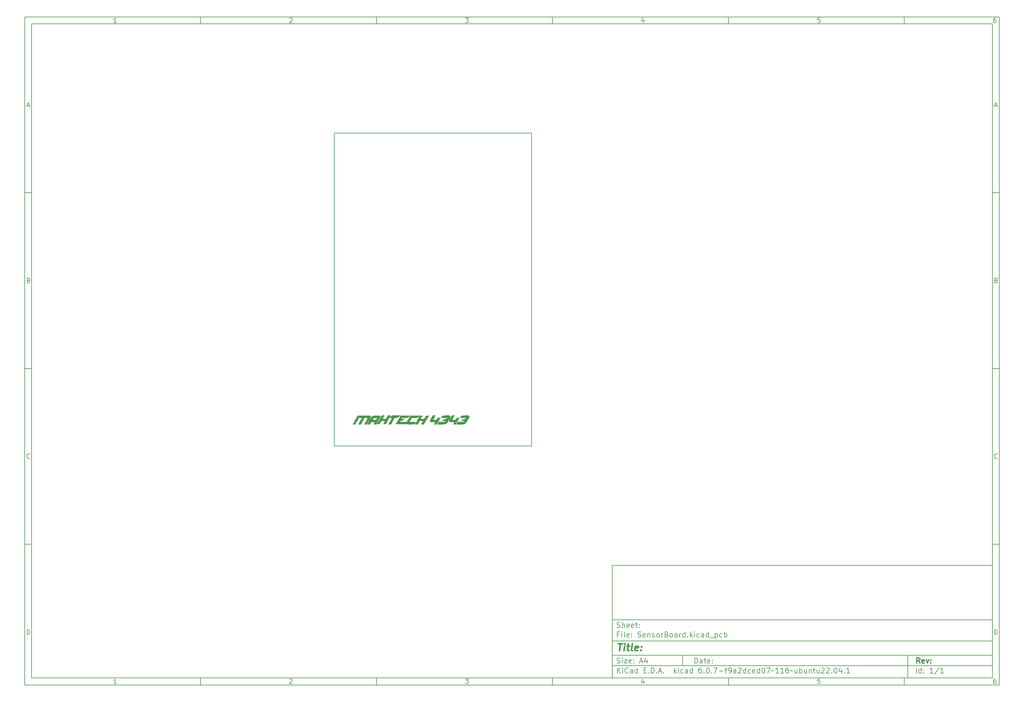
<source format=gbr>
%TF.GenerationSoftware,KiCad,Pcbnew,6.0.7-f9a2dced07~116~ubuntu22.04.1*%
%TF.CreationDate,2022-07-31T23:28:34-04:00*%
%TF.ProjectId,SensorBoard,53656e73-6f72-4426-9f61-72642e6b6963,rev?*%
%TF.SameCoordinates,Original*%
%TF.FileFunction,OtherDrawing,Comment*%
%FSLAX46Y46*%
G04 Gerber Fmt 4.6, Leading zero omitted, Abs format (unit mm)*
G04 Created by KiCad (PCBNEW 6.0.7-f9a2dced07~116~ubuntu22.04.1) date 2022-07-31 23:28:34*
%MOMM*%
%LPD*%
G01*
G04 APERTURE LIST*
%ADD10C,0.100000*%
%ADD11C,0.150000*%
%ADD12C,0.300000*%
%ADD13C,0.400000*%
%TA.AperFunction,Profile*%
%ADD14C,0.200000*%
%TD*%
%ADD15C,0.120000*%
G04 APERTURE END LIST*
D10*
D11*
X177002200Y-166007200D02*
X177002200Y-198007200D01*
X285002200Y-198007200D01*
X285002200Y-166007200D01*
X177002200Y-166007200D01*
D10*
D11*
X10000000Y-10000000D02*
X10000000Y-200007200D01*
X287002200Y-200007200D01*
X287002200Y-10000000D01*
X10000000Y-10000000D01*
D10*
D11*
X12000000Y-12000000D02*
X12000000Y-198007200D01*
X285002200Y-198007200D01*
X285002200Y-12000000D01*
X12000000Y-12000000D01*
D10*
D11*
X60000000Y-12000000D02*
X60000000Y-10000000D01*
D10*
D11*
X110000000Y-12000000D02*
X110000000Y-10000000D01*
D10*
D11*
X160000000Y-12000000D02*
X160000000Y-10000000D01*
D10*
D11*
X210000000Y-12000000D02*
X210000000Y-10000000D01*
D10*
D11*
X260000000Y-12000000D02*
X260000000Y-10000000D01*
D10*
D11*
X36065476Y-11588095D02*
X35322619Y-11588095D01*
X35694047Y-11588095D02*
X35694047Y-10288095D01*
X35570238Y-10473809D01*
X35446428Y-10597619D01*
X35322619Y-10659523D01*
D10*
D11*
X85322619Y-10411904D02*
X85384523Y-10350000D01*
X85508333Y-10288095D01*
X85817857Y-10288095D01*
X85941666Y-10350000D01*
X86003571Y-10411904D01*
X86065476Y-10535714D01*
X86065476Y-10659523D01*
X86003571Y-10845238D01*
X85260714Y-11588095D01*
X86065476Y-11588095D01*
D10*
D11*
X135260714Y-10288095D02*
X136065476Y-10288095D01*
X135632142Y-10783333D01*
X135817857Y-10783333D01*
X135941666Y-10845238D01*
X136003571Y-10907142D01*
X136065476Y-11030952D01*
X136065476Y-11340476D01*
X136003571Y-11464285D01*
X135941666Y-11526190D01*
X135817857Y-11588095D01*
X135446428Y-11588095D01*
X135322619Y-11526190D01*
X135260714Y-11464285D01*
D10*
D11*
X185941666Y-10721428D02*
X185941666Y-11588095D01*
X185632142Y-10226190D02*
X185322619Y-11154761D01*
X186127380Y-11154761D01*
D10*
D11*
X236003571Y-10288095D02*
X235384523Y-10288095D01*
X235322619Y-10907142D01*
X235384523Y-10845238D01*
X235508333Y-10783333D01*
X235817857Y-10783333D01*
X235941666Y-10845238D01*
X236003571Y-10907142D01*
X236065476Y-11030952D01*
X236065476Y-11340476D01*
X236003571Y-11464285D01*
X235941666Y-11526190D01*
X235817857Y-11588095D01*
X235508333Y-11588095D01*
X235384523Y-11526190D01*
X235322619Y-11464285D01*
D10*
D11*
X285941666Y-10288095D02*
X285694047Y-10288095D01*
X285570238Y-10350000D01*
X285508333Y-10411904D01*
X285384523Y-10597619D01*
X285322619Y-10845238D01*
X285322619Y-11340476D01*
X285384523Y-11464285D01*
X285446428Y-11526190D01*
X285570238Y-11588095D01*
X285817857Y-11588095D01*
X285941666Y-11526190D01*
X286003571Y-11464285D01*
X286065476Y-11340476D01*
X286065476Y-11030952D01*
X286003571Y-10907142D01*
X285941666Y-10845238D01*
X285817857Y-10783333D01*
X285570238Y-10783333D01*
X285446428Y-10845238D01*
X285384523Y-10907142D01*
X285322619Y-11030952D01*
D10*
D11*
X60000000Y-198007200D02*
X60000000Y-200007200D01*
D10*
D11*
X110000000Y-198007200D02*
X110000000Y-200007200D01*
D10*
D11*
X160000000Y-198007200D02*
X160000000Y-200007200D01*
D10*
D11*
X210000000Y-198007200D02*
X210000000Y-200007200D01*
D10*
D11*
X260000000Y-198007200D02*
X260000000Y-200007200D01*
D10*
D11*
X36065476Y-199595295D02*
X35322619Y-199595295D01*
X35694047Y-199595295D02*
X35694047Y-198295295D01*
X35570238Y-198481009D01*
X35446428Y-198604819D01*
X35322619Y-198666723D01*
D10*
D11*
X85322619Y-198419104D02*
X85384523Y-198357200D01*
X85508333Y-198295295D01*
X85817857Y-198295295D01*
X85941666Y-198357200D01*
X86003571Y-198419104D01*
X86065476Y-198542914D01*
X86065476Y-198666723D01*
X86003571Y-198852438D01*
X85260714Y-199595295D01*
X86065476Y-199595295D01*
D10*
D11*
X135260714Y-198295295D02*
X136065476Y-198295295D01*
X135632142Y-198790533D01*
X135817857Y-198790533D01*
X135941666Y-198852438D01*
X136003571Y-198914342D01*
X136065476Y-199038152D01*
X136065476Y-199347676D01*
X136003571Y-199471485D01*
X135941666Y-199533390D01*
X135817857Y-199595295D01*
X135446428Y-199595295D01*
X135322619Y-199533390D01*
X135260714Y-199471485D01*
D10*
D11*
X185941666Y-198728628D02*
X185941666Y-199595295D01*
X185632142Y-198233390D02*
X185322619Y-199161961D01*
X186127380Y-199161961D01*
D10*
D11*
X236003571Y-198295295D02*
X235384523Y-198295295D01*
X235322619Y-198914342D01*
X235384523Y-198852438D01*
X235508333Y-198790533D01*
X235817857Y-198790533D01*
X235941666Y-198852438D01*
X236003571Y-198914342D01*
X236065476Y-199038152D01*
X236065476Y-199347676D01*
X236003571Y-199471485D01*
X235941666Y-199533390D01*
X235817857Y-199595295D01*
X235508333Y-199595295D01*
X235384523Y-199533390D01*
X235322619Y-199471485D01*
D10*
D11*
X285941666Y-198295295D02*
X285694047Y-198295295D01*
X285570238Y-198357200D01*
X285508333Y-198419104D01*
X285384523Y-198604819D01*
X285322619Y-198852438D01*
X285322619Y-199347676D01*
X285384523Y-199471485D01*
X285446428Y-199533390D01*
X285570238Y-199595295D01*
X285817857Y-199595295D01*
X285941666Y-199533390D01*
X286003571Y-199471485D01*
X286065476Y-199347676D01*
X286065476Y-199038152D01*
X286003571Y-198914342D01*
X285941666Y-198852438D01*
X285817857Y-198790533D01*
X285570238Y-198790533D01*
X285446428Y-198852438D01*
X285384523Y-198914342D01*
X285322619Y-199038152D01*
D10*
D11*
X10000000Y-60000000D02*
X12000000Y-60000000D01*
D10*
D11*
X10000000Y-110000000D02*
X12000000Y-110000000D01*
D10*
D11*
X10000000Y-160000000D02*
X12000000Y-160000000D01*
D10*
D11*
X10690476Y-35216666D02*
X11309523Y-35216666D01*
X10566666Y-35588095D02*
X11000000Y-34288095D01*
X11433333Y-35588095D01*
D10*
D11*
X11092857Y-84907142D02*
X11278571Y-84969047D01*
X11340476Y-85030952D01*
X11402380Y-85154761D01*
X11402380Y-85340476D01*
X11340476Y-85464285D01*
X11278571Y-85526190D01*
X11154761Y-85588095D01*
X10659523Y-85588095D01*
X10659523Y-84288095D01*
X11092857Y-84288095D01*
X11216666Y-84350000D01*
X11278571Y-84411904D01*
X11340476Y-84535714D01*
X11340476Y-84659523D01*
X11278571Y-84783333D01*
X11216666Y-84845238D01*
X11092857Y-84907142D01*
X10659523Y-84907142D01*
D10*
D11*
X11402380Y-135464285D02*
X11340476Y-135526190D01*
X11154761Y-135588095D01*
X11030952Y-135588095D01*
X10845238Y-135526190D01*
X10721428Y-135402380D01*
X10659523Y-135278571D01*
X10597619Y-135030952D01*
X10597619Y-134845238D01*
X10659523Y-134597619D01*
X10721428Y-134473809D01*
X10845238Y-134350000D01*
X11030952Y-134288095D01*
X11154761Y-134288095D01*
X11340476Y-134350000D01*
X11402380Y-134411904D01*
D10*
D11*
X10659523Y-185588095D02*
X10659523Y-184288095D01*
X10969047Y-184288095D01*
X11154761Y-184350000D01*
X11278571Y-184473809D01*
X11340476Y-184597619D01*
X11402380Y-184845238D01*
X11402380Y-185030952D01*
X11340476Y-185278571D01*
X11278571Y-185402380D01*
X11154761Y-185526190D01*
X10969047Y-185588095D01*
X10659523Y-185588095D01*
D10*
D11*
X287002200Y-60000000D02*
X285002200Y-60000000D01*
D10*
D11*
X287002200Y-110000000D02*
X285002200Y-110000000D01*
D10*
D11*
X287002200Y-160000000D02*
X285002200Y-160000000D01*
D10*
D11*
X285692676Y-35216666D02*
X286311723Y-35216666D01*
X285568866Y-35588095D02*
X286002200Y-34288095D01*
X286435533Y-35588095D01*
D10*
D11*
X286095057Y-84907142D02*
X286280771Y-84969047D01*
X286342676Y-85030952D01*
X286404580Y-85154761D01*
X286404580Y-85340476D01*
X286342676Y-85464285D01*
X286280771Y-85526190D01*
X286156961Y-85588095D01*
X285661723Y-85588095D01*
X285661723Y-84288095D01*
X286095057Y-84288095D01*
X286218866Y-84350000D01*
X286280771Y-84411904D01*
X286342676Y-84535714D01*
X286342676Y-84659523D01*
X286280771Y-84783333D01*
X286218866Y-84845238D01*
X286095057Y-84907142D01*
X285661723Y-84907142D01*
D10*
D11*
X286404580Y-135464285D02*
X286342676Y-135526190D01*
X286156961Y-135588095D01*
X286033152Y-135588095D01*
X285847438Y-135526190D01*
X285723628Y-135402380D01*
X285661723Y-135278571D01*
X285599819Y-135030952D01*
X285599819Y-134845238D01*
X285661723Y-134597619D01*
X285723628Y-134473809D01*
X285847438Y-134350000D01*
X286033152Y-134288095D01*
X286156961Y-134288095D01*
X286342676Y-134350000D01*
X286404580Y-134411904D01*
D10*
D11*
X285661723Y-185588095D02*
X285661723Y-184288095D01*
X285971247Y-184288095D01*
X286156961Y-184350000D01*
X286280771Y-184473809D01*
X286342676Y-184597619D01*
X286404580Y-184845238D01*
X286404580Y-185030952D01*
X286342676Y-185278571D01*
X286280771Y-185402380D01*
X286156961Y-185526190D01*
X285971247Y-185588095D01*
X285661723Y-185588095D01*
D10*
D11*
X200434342Y-193785771D02*
X200434342Y-192285771D01*
X200791485Y-192285771D01*
X201005771Y-192357200D01*
X201148628Y-192500057D01*
X201220057Y-192642914D01*
X201291485Y-192928628D01*
X201291485Y-193142914D01*
X201220057Y-193428628D01*
X201148628Y-193571485D01*
X201005771Y-193714342D01*
X200791485Y-193785771D01*
X200434342Y-193785771D01*
X202577200Y-193785771D02*
X202577200Y-193000057D01*
X202505771Y-192857200D01*
X202362914Y-192785771D01*
X202077200Y-192785771D01*
X201934342Y-192857200D01*
X202577200Y-193714342D02*
X202434342Y-193785771D01*
X202077200Y-193785771D01*
X201934342Y-193714342D01*
X201862914Y-193571485D01*
X201862914Y-193428628D01*
X201934342Y-193285771D01*
X202077200Y-193214342D01*
X202434342Y-193214342D01*
X202577200Y-193142914D01*
X203077200Y-192785771D02*
X203648628Y-192785771D01*
X203291485Y-192285771D02*
X203291485Y-193571485D01*
X203362914Y-193714342D01*
X203505771Y-193785771D01*
X203648628Y-193785771D01*
X204720057Y-193714342D02*
X204577200Y-193785771D01*
X204291485Y-193785771D01*
X204148628Y-193714342D01*
X204077200Y-193571485D01*
X204077200Y-193000057D01*
X204148628Y-192857200D01*
X204291485Y-192785771D01*
X204577200Y-192785771D01*
X204720057Y-192857200D01*
X204791485Y-193000057D01*
X204791485Y-193142914D01*
X204077200Y-193285771D01*
X205434342Y-193642914D02*
X205505771Y-193714342D01*
X205434342Y-193785771D01*
X205362914Y-193714342D01*
X205434342Y-193642914D01*
X205434342Y-193785771D01*
X205434342Y-192857200D02*
X205505771Y-192928628D01*
X205434342Y-193000057D01*
X205362914Y-192928628D01*
X205434342Y-192857200D01*
X205434342Y-193000057D01*
D10*
D11*
X177002200Y-194507200D02*
X285002200Y-194507200D01*
D10*
D11*
X178434342Y-196585771D02*
X178434342Y-195085771D01*
X179291485Y-196585771D02*
X178648628Y-195728628D01*
X179291485Y-195085771D02*
X178434342Y-195942914D01*
X179934342Y-196585771D02*
X179934342Y-195585771D01*
X179934342Y-195085771D02*
X179862914Y-195157200D01*
X179934342Y-195228628D01*
X180005771Y-195157200D01*
X179934342Y-195085771D01*
X179934342Y-195228628D01*
X181505771Y-196442914D02*
X181434342Y-196514342D01*
X181220057Y-196585771D01*
X181077200Y-196585771D01*
X180862914Y-196514342D01*
X180720057Y-196371485D01*
X180648628Y-196228628D01*
X180577200Y-195942914D01*
X180577200Y-195728628D01*
X180648628Y-195442914D01*
X180720057Y-195300057D01*
X180862914Y-195157200D01*
X181077200Y-195085771D01*
X181220057Y-195085771D01*
X181434342Y-195157200D01*
X181505771Y-195228628D01*
X182791485Y-196585771D02*
X182791485Y-195800057D01*
X182720057Y-195657200D01*
X182577200Y-195585771D01*
X182291485Y-195585771D01*
X182148628Y-195657200D01*
X182791485Y-196514342D02*
X182648628Y-196585771D01*
X182291485Y-196585771D01*
X182148628Y-196514342D01*
X182077200Y-196371485D01*
X182077200Y-196228628D01*
X182148628Y-196085771D01*
X182291485Y-196014342D01*
X182648628Y-196014342D01*
X182791485Y-195942914D01*
X184148628Y-196585771D02*
X184148628Y-195085771D01*
X184148628Y-196514342D02*
X184005771Y-196585771D01*
X183720057Y-196585771D01*
X183577200Y-196514342D01*
X183505771Y-196442914D01*
X183434342Y-196300057D01*
X183434342Y-195871485D01*
X183505771Y-195728628D01*
X183577200Y-195657200D01*
X183720057Y-195585771D01*
X184005771Y-195585771D01*
X184148628Y-195657200D01*
X186005771Y-195800057D02*
X186505771Y-195800057D01*
X186720057Y-196585771D02*
X186005771Y-196585771D01*
X186005771Y-195085771D01*
X186720057Y-195085771D01*
X187362914Y-196442914D02*
X187434342Y-196514342D01*
X187362914Y-196585771D01*
X187291485Y-196514342D01*
X187362914Y-196442914D01*
X187362914Y-196585771D01*
X188077200Y-196585771D02*
X188077200Y-195085771D01*
X188434342Y-195085771D01*
X188648628Y-195157200D01*
X188791485Y-195300057D01*
X188862914Y-195442914D01*
X188934342Y-195728628D01*
X188934342Y-195942914D01*
X188862914Y-196228628D01*
X188791485Y-196371485D01*
X188648628Y-196514342D01*
X188434342Y-196585771D01*
X188077200Y-196585771D01*
X189577200Y-196442914D02*
X189648628Y-196514342D01*
X189577200Y-196585771D01*
X189505771Y-196514342D01*
X189577200Y-196442914D01*
X189577200Y-196585771D01*
X190220057Y-196157200D02*
X190934342Y-196157200D01*
X190077200Y-196585771D02*
X190577200Y-195085771D01*
X191077200Y-196585771D01*
X191577200Y-196442914D02*
X191648628Y-196514342D01*
X191577200Y-196585771D01*
X191505771Y-196514342D01*
X191577200Y-196442914D01*
X191577200Y-196585771D01*
X194577200Y-196585771D02*
X194577200Y-195085771D01*
X194720057Y-196014342D02*
X195148628Y-196585771D01*
X195148628Y-195585771D02*
X194577200Y-196157200D01*
X195791485Y-196585771D02*
X195791485Y-195585771D01*
X195791485Y-195085771D02*
X195720057Y-195157200D01*
X195791485Y-195228628D01*
X195862914Y-195157200D01*
X195791485Y-195085771D01*
X195791485Y-195228628D01*
X197148628Y-196514342D02*
X197005771Y-196585771D01*
X196720057Y-196585771D01*
X196577200Y-196514342D01*
X196505771Y-196442914D01*
X196434342Y-196300057D01*
X196434342Y-195871485D01*
X196505771Y-195728628D01*
X196577200Y-195657200D01*
X196720057Y-195585771D01*
X197005771Y-195585771D01*
X197148628Y-195657200D01*
X198434342Y-196585771D02*
X198434342Y-195800057D01*
X198362914Y-195657200D01*
X198220057Y-195585771D01*
X197934342Y-195585771D01*
X197791485Y-195657200D01*
X198434342Y-196514342D02*
X198291485Y-196585771D01*
X197934342Y-196585771D01*
X197791485Y-196514342D01*
X197720057Y-196371485D01*
X197720057Y-196228628D01*
X197791485Y-196085771D01*
X197934342Y-196014342D01*
X198291485Y-196014342D01*
X198434342Y-195942914D01*
X199791485Y-196585771D02*
X199791485Y-195085771D01*
X199791485Y-196514342D02*
X199648628Y-196585771D01*
X199362914Y-196585771D01*
X199220057Y-196514342D01*
X199148628Y-196442914D01*
X199077200Y-196300057D01*
X199077200Y-195871485D01*
X199148628Y-195728628D01*
X199220057Y-195657200D01*
X199362914Y-195585771D01*
X199648628Y-195585771D01*
X199791485Y-195657200D01*
X202291485Y-195085771D02*
X202005771Y-195085771D01*
X201862914Y-195157200D01*
X201791485Y-195228628D01*
X201648628Y-195442914D01*
X201577200Y-195728628D01*
X201577200Y-196300057D01*
X201648628Y-196442914D01*
X201720057Y-196514342D01*
X201862914Y-196585771D01*
X202148628Y-196585771D01*
X202291485Y-196514342D01*
X202362914Y-196442914D01*
X202434342Y-196300057D01*
X202434342Y-195942914D01*
X202362914Y-195800057D01*
X202291485Y-195728628D01*
X202148628Y-195657200D01*
X201862914Y-195657200D01*
X201720057Y-195728628D01*
X201648628Y-195800057D01*
X201577200Y-195942914D01*
X203077200Y-196442914D02*
X203148628Y-196514342D01*
X203077200Y-196585771D01*
X203005771Y-196514342D01*
X203077200Y-196442914D01*
X203077200Y-196585771D01*
X204077200Y-195085771D02*
X204220057Y-195085771D01*
X204362914Y-195157200D01*
X204434342Y-195228628D01*
X204505771Y-195371485D01*
X204577200Y-195657200D01*
X204577200Y-196014342D01*
X204505771Y-196300057D01*
X204434342Y-196442914D01*
X204362914Y-196514342D01*
X204220057Y-196585771D01*
X204077200Y-196585771D01*
X203934342Y-196514342D01*
X203862914Y-196442914D01*
X203791485Y-196300057D01*
X203720057Y-196014342D01*
X203720057Y-195657200D01*
X203791485Y-195371485D01*
X203862914Y-195228628D01*
X203934342Y-195157200D01*
X204077200Y-195085771D01*
X205220057Y-196442914D02*
X205291485Y-196514342D01*
X205220057Y-196585771D01*
X205148628Y-196514342D01*
X205220057Y-196442914D01*
X205220057Y-196585771D01*
X205791485Y-195085771D02*
X206791485Y-195085771D01*
X206148628Y-196585771D01*
X207362914Y-196014342D02*
X208505771Y-196014342D01*
X209005771Y-195585771D02*
X209577200Y-195585771D01*
X209220057Y-196585771D02*
X209220057Y-195300057D01*
X209291485Y-195157200D01*
X209434342Y-195085771D01*
X209577200Y-195085771D01*
X210148628Y-196585771D02*
X210434342Y-196585771D01*
X210577200Y-196514342D01*
X210648628Y-196442914D01*
X210791485Y-196228628D01*
X210862914Y-195942914D01*
X210862914Y-195371485D01*
X210791485Y-195228628D01*
X210720057Y-195157200D01*
X210577200Y-195085771D01*
X210291485Y-195085771D01*
X210148628Y-195157200D01*
X210077200Y-195228628D01*
X210005771Y-195371485D01*
X210005771Y-195728628D01*
X210077200Y-195871485D01*
X210148628Y-195942914D01*
X210291485Y-196014342D01*
X210577200Y-196014342D01*
X210720057Y-195942914D01*
X210791485Y-195871485D01*
X210862914Y-195728628D01*
X212148628Y-196585771D02*
X212148628Y-195800057D01*
X212077200Y-195657200D01*
X211934342Y-195585771D01*
X211648628Y-195585771D01*
X211505771Y-195657200D01*
X212148628Y-196514342D02*
X212005771Y-196585771D01*
X211648628Y-196585771D01*
X211505771Y-196514342D01*
X211434342Y-196371485D01*
X211434342Y-196228628D01*
X211505771Y-196085771D01*
X211648628Y-196014342D01*
X212005771Y-196014342D01*
X212148628Y-195942914D01*
X212791485Y-195228628D02*
X212862914Y-195157200D01*
X213005771Y-195085771D01*
X213362914Y-195085771D01*
X213505771Y-195157200D01*
X213577200Y-195228628D01*
X213648628Y-195371485D01*
X213648628Y-195514342D01*
X213577200Y-195728628D01*
X212720057Y-196585771D01*
X213648628Y-196585771D01*
X214934342Y-196585771D02*
X214934342Y-195085771D01*
X214934342Y-196514342D02*
X214791485Y-196585771D01*
X214505771Y-196585771D01*
X214362914Y-196514342D01*
X214291485Y-196442914D01*
X214220057Y-196300057D01*
X214220057Y-195871485D01*
X214291485Y-195728628D01*
X214362914Y-195657200D01*
X214505771Y-195585771D01*
X214791485Y-195585771D01*
X214934342Y-195657200D01*
X216291485Y-196514342D02*
X216148628Y-196585771D01*
X215862914Y-196585771D01*
X215720057Y-196514342D01*
X215648628Y-196442914D01*
X215577200Y-196300057D01*
X215577200Y-195871485D01*
X215648628Y-195728628D01*
X215720057Y-195657200D01*
X215862914Y-195585771D01*
X216148628Y-195585771D01*
X216291485Y-195657200D01*
X217505771Y-196514342D02*
X217362914Y-196585771D01*
X217077200Y-196585771D01*
X216934342Y-196514342D01*
X216862914Y-196371485D01*
X216862914Y-195800057D01*
X216934342Y-195657200D01*
X217077200Y-195585771D01*
X217362914Y-195585771D01*
X217505771Y-195657200D01*
X217577200Y-195800057D01*
X217577200Y-195942914D01*
X216862914Y-196085771D01*
X218862914Y-196585771D02*
X218862914Y-195085771D01*
X218862914Y-196514342D02*
X218720057Y-196585771D01*
X218434342Y-196585771D01*
X218291485Y-196514342D01*
X218220057Y-196442914D01*
X218148628Y-196300057D01*
X218148628Y-195871485D01*
X218220057Y-195728628D01*
X218291485Y-195657200D01*
X218434342Y-195585771D01*
X218720057Y-195585771D01*
X218862914Y-195657200D01*
X219862914Y-195085771D02*
X220005771Y-195085771D01*
X220148628Y-195157200D01*
X220220057Y-195228628D01*
X220291485Y-195371485D01*
X220362914Y-195657200D01*
X220362914Y-196014342D01*
X220291485Y-196300057D01*
X220220057Y-196442914D01*
X220148628Y-196514342D01*
X220005771Y-196585771D01*
X219862914Y-196585771D01*
X219720057Y-196514342D01*
X219648628Y-196442914D01*
X219577200Y-196300057D01*
X219505771Y-196014342D01*
X219505771Y-195657200D01*
X219577200Y-195371485D01*
X219648628Y-195228628D01*
X219720057Y-195157200D01*
X219862914Y-195085771D01*
X220862914Y-195085771D02*
X221862914Y-195085771D01*
X221220057Y-196585771D01*
X222220057Y-196014342D02*
X222291485Y-195942914D01*
X222434342Y-195871485D01*
X222720057Y-196014342D01*
X222862914Y-195942914D01*
X222934342Y-195871485D01*
X224291485Y-196585771D02*
X223434342Y-196585771D01*
X223862914Y-196585771D02*
X223862914Y-195085771D01*
X223720057Y-195300057D01*
X223577200Y-195442914D01*
X223434342Y-195514342D01*
X225720057Y-196585771D02*
X224862914Y-196585771D01*
X225291485Y-196585771D02*
X225291485Y-195085771D01*
X225148628Y-195300057D01*
X225005771Y-195442914D01*
X224862914Y-195514342D01*
X227005771Y-195085771D02*
X226720057Y-195085771D01*
X226577200Y-195157200D01*
X226505771Y-195228628D01*
X226362914Y-195442914D01*
X226291485Y-195728628D01*
X226291485Y-196300057D01*
X226362914Y-196442914D01*
X226434342Y-196514342D01*
X226577200Y-196585771D01*
X226862914Y-196585771D01*
X227005771Y-196514342D01*
X227077200Y-196442914D01*
X227148628Y-196300057D01*
X227148628Y-195942914D01*
X227077200Y-195800057D01*
X227005771Y-195728628D01*
X226862914Y-195657200D01*
X226577200Y-195657200D01*
X226434342Y-195728628D01*
X226362914Y-195800057D01*
X226291485Y-195942914D01*
X227577199Y-196014342D02*
X227648628Y-195942914D01*
X227791485Y-195871485D01*
X228077199Y-196014342D01*
X228220057Y-195942914D01*
X228291485Y-195871485D01*
X229505771Y-195585771D02*
X229505771Y-196585771D01*
X228862914Y-195585771D02*
X228862914Y-196371485D01*
X228934342Y-196514342D01*
X229077200Y-196585771D01*
X229291485Y-196585771D01*
X229434342Y-196514342D01*
X229505771Y-196442914D01*
X230220057Y-196585771D02*
X230220057Y-195085771D01*
X230220057Y-195657200D02*
X230362914Y-195585771D01*
X230648628Y-195585771D01*
X230791485Y-195657200D01*
X230862914Y-195728628D01*
X230934342Y-195871485D01*
X230934342Y-196300057D01*
X230862914Y-196442914D01*
X230791485Y-196514342D01*
X230648628Y-196585771D01*
X230362914Y-196585771D01*
X230220057Y-196514342D01*
X232220057Y-195585771D02*
X232220057Y-196585771D01*
X231577200Y-195585771D02*
X231577200Y-196371485D01*
X231648628Y-196514342D01*
X231791485Y-196585771D01*
X232005771Y-196585771D01*
X232148628Y-196514342D01*
X232220057Y-196442914D01*
X232934342Y-195585771D02*
X232934342Y-196585771D01*
X232934342Y-195728628D02*
X233005771Y-195657200D01*
X233148628Y-195585771D01*
X233362914Y-195585771D01*
X233505771Y-195657200D01*
X233577200Y-195800057D01*
X233577200Y-196585771D01*
X234077200Y-195585771D02*
X234648628Y-195585771D01*
X234291485Y-195085771D02*
X234291485Y-196371485D01*
X234362914Y-196514342D01*
X234505771Y-196585771D01*
X234648628Y-196585771D01*
X235791485Y-195585771D02*
X235791485Y-196585771D01*
X235148628Y-195585771D02*
X235148628Y-196371485D01*
X235220057Y-196514342D01*
X235362914Y-196585771D01*
X235577200Y-196585771D01*
X235720057Y-196514342D01*
X235791485Y-196442914D01*
X236434342Y-195228628D02*
X236505771Y-195157200D01*
X236648628Y-195085771D01*
X237005771Y-195085771D01*
X237148628Y-195157200D01*
X237220057Y-195228628D01*
X237291485Y-195371485D01*
X237291485Y-195514342D01*
X237220057Y-195728628D01*
X236362914Y-196585771D01*
X237291485Y-196585771D01*
X237862914Y-195228628D02*
X237934342Y-195157200D01*
X238077200Y-195085771D01*
X238434342Y-195085771D01*
X238577200Y-195157200D01*
X238648628Y-195228628D01*
X238720057Y-195371485D01*
X238720057Y-195514342D01*
X238648628Y-195728628D01*
X237791485Y-196585771D01*
X238720057Y-196585771D01*
X239362914Y-196442914D02*
X239434342Y-196514342D01*
X239362914Y-196585771D01*
X239291485Y-196514342D01*
X239362914Y-196442914D01*
X239362914Y-196585771D01*
X240362914Y-195085771D02*
X240505771Y-195085771D01*
X240648628Y-195157200D01*
X240720057Y-195228628D01*
X240791485Y-195371485D01*
X240862914Y-195657200D01*
X240862914Y-196014342D01*
X240791485Y-196300057D01*
X240720057Y-196442914D01*
X240648628Y-196514342D01*
X240505771Y-196585771D01*
X240362914Y-196585771D01*
X240220057Y-196514342D01*
X240148628Y-196442914D01*
X240077200Y-196300057D01*
X240005771Y-196014342D01*
X240005771Y-195657200D01*
X240077200Y-195371485D01*
X240148628Y-195228628D01*
X240220057Y-195157200D01*
X240362914Y-195085771D01*
X242148628Y-195585771D02*
X242148628Y-196585771D01*
X241791485Y-195014342D02*
X241434342Y-196085771D01*
X242362914Y-196085771D01*
X242934342Y-196442914D02*
X243005771Y-196514342D01*
X242934342Y-196585771D01*
X242862914Y-196514342D01*
X242934342Y-196442914D01*
X242934342Y-196585771D01*
X244434342Y-196585771D02*
X243577199Y-196585771D01*
X244005771Y-196585771D02*
X244005771Y-195085771D01*
X243862914Y-195300057D01*
X243720057Y-195442914D01*
X243577199Y-195514342D01*
D10*
D11*
X177002200Y-191507200D02*
X285002200Y-191507200D01*
D10*
D12*
X264411485Y-193785771D02*
X263911485Y-193071485D01*
X263554342Y-193785771D02*
X263554342Y-192285771D01*
X264125771Y-192285771D01*
X264268628Y-192357200D01*
X264340057Y-192428628D01*
X264411485Y-192571485D01*
X264411485Y-192785771D01*
X264340057Y-192928628D01*
X264268628Y-193000057D01*
X264125771Y-193071485D01*
X263554342Y-193071485D01*
X265625771Y-193714342D02*
X265482914Y-193785771D01*
X265197200Y-193785771D01*
X265054342Y-193714342D01*
X264982914Y-193571485D01*
X264982914Y-193000057D01*
X265054342Y-192857200D01*
X265197200Y-192785771D01*
X265482914Y-192785771D01*
X265625771Y-192857200D01*
X265697200Y-193000057D01*
X265697200Y-193142914D01*
X264982914Y-193285771D01*
X266197200Y-192785771D02*
X266554342Y-193785771D01*
X266911485Y-192785771D01*
X267482914Y-193642914D02*
X267554342Y-193714342D01*
X267482914Y-193785771D01*
X267411485Y-193714342D01*
X267482914Y-193642914D01*
X267482914Y-193785771D01*
X267482914Y-192857200D02*
X267554342Y-192928628D01*
X267482914Y-193000057D01*
X267411485Y-192928628D01*
X267482914Y-192857200D01*
X267482914Y-193000057D01*
D10*
D11*
X178362914Y-193714342D02*
X178577200Y-193785771D01*
X178934342Y-193785771D01*
X179077200Y-193714342D01*
X179148628Y-193642914D01*
X179220057Y-193500057D01*
X179220057Y-193357200D01*
X179148628Y-193214342D01*
X179077200Y-193142914D01*
X178934342Y-193071485D01*
X178648628Y-193000057D01*
X178505771Y-192928628D01*
X178434342Y-192857200D01*
X178362914Y-192714342D01*
X178362914Y-192571485D01*
X178434342Y-192428628D01*
X178505771Y-192357200D01*
X178648628Y-192285771D01*
X179005771Y-192285771D01*
X179220057Y-192357200D01*
X179862914Y-193785771D02*
X179862914Y-192785771D01*
X179862914Y-192285771D02*
X179791485Y-192357200D01*
X179862914Y-192428628D01*
X179934342Y-192357200D01*
X179862914Y-192285771D01*
X179862914Y-192428628D01*
X180434342Y-192785771D02*
X181220057Y-192785771D01*
X180434342Y-193785771D01*
X181220057Y-193785771D01*
X182362914Y-193714342D02*
X182220057Y-193785771D01*
X181934342Y-193785771D01*
X181791485Y-193714342D01*
X181720057Y-193571485D01*
X181720057Y-193000057D01*
X181791485Y-192857200D01*
X181934342Y-192785771D01*
X182220057Y-192785771D01*
X182362914Y-192857200D01*
X182434342Y-193000057D01*
X182434342Y-193142914D01*
X181720057Y-193285771D01*
X183077200Y-193642914D02*
X183148628Y-193714342D01*
X183077200Y-193785771D01*
X183005771Y-193714342D01*
X183077200Y-193642914D01*
X183077200Y-193785771D01*
X183077200Y-192857200D02*
X183148628Y-192928628D01*
X183077200Y-193000057D01*
X183005771Y-192928628D01*
X183077200Y-192857200D01*
X183077200Y-193000057D01*
X184862914Y-193357200D02*
X185577200Y-193357200D01*
X184720057Y-193785771D02*
X185220057Y-192285771D01*
X185720057Y-193785771D01*
X186862914Y-192785771D02*
X186862914Y-193785771D01*
X186505771Y-192214342D02*
X186148628Y-193285771D01*
X187077200Y-193285771D01*
D10*
D11*
X263434342Y-196585771D02*
X263434342Y-195085771D01*
X264791485Y-196585771D02*
X264791485Y-195085771D01*
X264791485Y-196514342D02*
X264648628Y-196585771D01*
X264362914Y-196585771D01*
X264220057Y-196514342D01*
X264148628Y-196442914D01*
X264077200Y-196300057D01*
X264077200Y-195871485D01*
X264148628Y-195728628D01*
X264220057Y-195657200D01*
X264362914Y-195585771D01*
X264648628Y-195585771D01*
X264791485Y-195657200D01*
X265505771Y-196442914D02*
X265577200Y-196514342D01*
X265505771Y-196585771D01*
X265434342Y-196514342D01*
X265505771Y-196442914D01*
X265505771Y-196585771D01*
X265505771Y-195657200D02*
X265577200Y-195728628D01*
X265505771Y-195800057D01*
X265434342Y-195728628D01*
X265505771Y-195657200D01*
X265505771Y-195800057D01*
X268148628Y-196585771D02*
X267291485Y-196585771D01*
X267720057Y-196585771D02*
X267720057Y-195085771D01*
X267577200Y-195300057D01*
X267434342Y-195442914D01*
X267291485Y-195514342D01*
X269862914Y-195014342D02*
X268577200Y-196942914D01*
X271148628Y-196585771D02*
X270291485Y-196585771D01*
X270720057Y-196585771D02*
X270720057Y-195085771D01*
X270577200Y-195300057D01*
X270434342Y-195442914D01*
X270291485Y-195514342D01*
D10*
D11*
X177002200Y-187507200D02*
X285002200Y-187507200D01*
D10*
D13*
X178714580Y-188211961D02*
X179857438Y-188211961D01*
X179036009Y-190211961D02*
X179286009Y-188211961D01*
X180274104Y-190211961D02*
X180440771Y-188878628D01*
X180524104Y-188211961D02*
X180416961Y-188307200D01*
X180500295Y-188402438D01*
X180607438Y-188307200D01*
X180524104Y-188211961D01*
X180500295Y-188402438D01*
X181107438Y-188878628D02*
X181869342Y-188878628D01*
X181476485Y-188211961D02*
X181262200Y-189926247D01*
X181333628Y-190116723D01*
X181512200Y-190211961D01*
X181702676Y-190211961D01*
X182655057Y-190211961D02*
X182476485Y-190116723D01*
X182405057Y-189926247D01*
X182619342Y-188211961D01*
X184190771Y-190116723D02*
X183988390Y-190211961D01*
X183607438Y-190211961D01*
X183428866Y-190116723D01*
X183357438Y-189926247D01*
X183452676Y-189164342D01*
X183571723Y-188973866D01*
X183774104Y-188878628D01*
X184155057Y-188878628D01*
X184333628Y-188973866D01*
X184405057Y-189164342D01*
X184381247Y-189354819D01*
X183405057Y-189545295D01*
X185155057Y-190021485D02*
X185238390Y-190116723D01*
X185131247Y-190211961D01*
X185047914Y-190116723D01*
X185155057Y-190021485D01*
X185131247Y-190211961D01*
X185286009Y-188973866D02*
X185369342Y-189069104D01*
X185262200Y-189164342D01*
X185178866Y-189069104D01*
X185286009Y-188973866D01*
X185262200Y-189164342D01*
D10*
D11*
X178934342Y-185600057D02*
X178434342Y-185600057D01*
X178434342Y-186385771D02*
X178434342Y-184885771D01*
X179148628Y-184885771D01*
X179720057Y-186385771D02*
X179720057Y-185385771D01*
X179720057Y-184885771D02*
X179648628Y-184957200D01*
X179720057Y-185028628D01*
X179791485Y-184957200D01*
X179720057Y-184885771D01*
X179720057Y-185028628D01*
X180648628Y-186385771D02*
X180505771Y-186314342D01*
X180434342Y-186171485D01*
X180434342Y-184885771D01*
X181791485Y-186314342D02*
X181648628Y-186385771D01*
X181362914Y-186385771D01*
X181220057Y-186314342D01*
X181148628Y-186171485D01*
X181148628Y-185600057D01*
X181220057Y-185457200D01*
X181362914Y-185385771D01*
X181648628Y-185385771D01*
X181791485Y-185457200D01*
X181862914Y-185600057D01*
X181862914Y-185742914D01*
X181148628Y-185885771D01*
X182505771Y-186242914D02*
X182577200Y-186314342D01*
X182505771Y-186385771D01*
X182434342Y-186314342D01*
X182505771Y-186242914D01*
X182505771Y-186385771D01*
X182505771Y-185457200D02*
X182577200Y-185528628D01*
X182505771Y-185600057D01*
X182434342Y-185528628D01*
X182505771Y-185457200D01*
X182505771Y-185600057D01*
X184291485Y-186314342D02*
X184505771Y-186385771D01*
X184862914Y-186385771D01*
X185005771Y-186314342D01*
X185077200Y-186242914D01*
X185148628Y-186100057D01*
X185148628Y-185957200D01*
X185077200Y-185814342D01*
X185005771Y-185742914D01*
X184862914Y-185671485D01*
X184577200Y-185600057D01*
X184434342Y-185528628D01*
X184362914Y-185457200D01*
X184291485Y-185314342D01*
X184291485Y-185171485D01*
X184362914Y-185028628D01*
X184434342Y-184957200D01*
X184577200Y-184885771D01*
X184934342Y-184885771D01*
X185148628Y-184957200D01*
X186362914Y-186314342D02*
X186220057Y-186385771D01*
X185934342Y-186385771D01*
X185791485Y-186314342D01*
X185720057Y-186171485D01*
X185720057Y-185600057D01*
X185791485Y-185457200D01*
X185934342Y-185385771D01*
X186220057Y-185385771D01*
X186362914Y-185457200D01*
X186434342Y-185600057D01*
X186434342Y-185742914D01*
X185720057Y-185885771D01*
X187077200Y-185385771D02*
X187077200Y-186385771D01*
X187077200Y-185528628D02*
X187148628Y-185457200D01*
X187291485Y-185385771D01*
X187505771Y-185385771D01*
X187648628Y-185457200D01*
X187720057Y-185600057D01*
X187720057Y-186385771D01*
X188362914Y-186314342D02*
X188505771Y-186385771D01*
X188791485Y-186385771D01*
X188934342Y-186314342D01*
X189005771Y-186171485D01*
X189005771Y-186100057D01*
X188934342Y-185957200D01*
X188791485Y-185885771D01*
X188577200Y-185885771D01*
X188434342Y-185814342D01*
X188362914Y-185671485D01*
X188362914Y-185600057D01*
X188434342Y-185457200D01*
X188577200Y-185385771D01*
X188791485Y-185385771D01*
X188934342Y-185457200D01*
X189862914Y-186385771D02*
X189720057Y-186314342D01*
X189648628Y-186242914D01*
X189577200Y-186100057D01*
X189577200Y-185671485D01*
X189648628Y-185528628D01*
X189720057Y-185457200D01*
X189862914Y-185385771D01*
X190077200Y-185385771D01*
X190220057Y-185457200D01*
X190291485Y-185528628D01*
X190362914Y-185671485D01*
X190362914Y-186100057D01*
X190291485Y-186242914D01*
X190220057Y-186314342D01*
X190077200Y-186385771D01*
X189862914Y-186385771D01*
X191005771Y-186385771D02*
X191005771Y-185385771D01*
X191005771Y-185671485D02*
X191077200Y-185528628D01*
X191148628Y-185457200D01*
X191291485Y-185385771D01*
X191434342Y-185385771D01*
X192434342Y-185600057D02*
X192648628Y-185671485D01*
X192720057Y-185742914D01*
X192791485Y-185885771D01*
X192791485Y-186100057D01*
X192720057Y-186242914D01*
X192648628Y-186314342D01*
X192505771Y-186385771D01*
X191934342Y-186385771D01*
X191934342Y-184885771D01*
X192434342Y-184885771D01*
X192577200Y-184957200D01*
X192648628Y-185028628D01*
X192720057Y-185171485D01*
X192720057Y-185314342D01*
X192648628Y-185457200D01*
X192577200Y-185528628D01*
X192434342Y-185600057D01*
X191934342Y-185600057D01*
X193648628Y-186385771D02*
X193505771Y-186314342D01*
X193434342Y-186242914D01*
X193362914Y-186100057D01*
X193362914Y-185671485D01*
X193434342Y-185528628D01*
X193505771Y-185457200D01*
X193648628Y-185385771D01*
X193862914Y-185385771D01*
X194005771Y-185457200D01*
X194077200Y-185528628D01*
X194148628Y-185671485D01*
X194148628Y-186100057D01*
X194077200Y-186242914D01*
X194005771Y-186314342D01*
X193862914Y-186385771D01*
X193648628Y-186385771D01*
X195434342Y-186385771D02*
X195434342Y-185600057D01*
X195362914Y-185457200D01*
X195220057Y-185385771D01*
X194934342Y-185385771D01*
X194791485Y-185457200D01*
X195434342Y-186314342D02*
X195291485Y-186385771D01*
X194934342Y-186385771D01*
X194791485Y-186314342D01*
X194720057Y-186171485D01*
X194720057Y-186028628D01*
X194791485Y-185885771D01*
X194934342Y-185814342D01*
X195291485Y-185814342D01*
X195434342Y-185742914D01*
X196148628Y-186385771D02*
X196148628Y-185385771D01*
X196148628Y-185671485D02*
X196220057Y-185528628D01*
X196291485Y-185457200D01*
X196434342Y-185385771D01*
X196577200Y-185385771D01*
X197720057Y-186385771D02*
X197720057Y-184885771D01*
X197720057Y-186314342D02*
X197577200Y-186385771D01*
X197291485Y-186385771D01*
X197148628Y-186314342D01*
X197077200Y-186242914D01*
X197005771Y-186100057D01*
X197005771Y-185671485D01*
X197077200Y-185528628D01*
X197148628Y-185457200D01*
X197291485Y-185385771D01*
X197577200Y-185385771D01*
X197720057Y-185457200D01*
X198434342Y-186242914D02*
X198505771Y-186314342D01*
X198434342Y-186385771D01*
X198362914Y-186314342D01*
X198434342Y-186242914D01*
X198434342Y-186385771D01*
X199148628Y-186385771D02*
X199148628Y-184885771D01*
X199291485Y-185814342D02*
X199720057Y-186385771D01*
X199720057Y-185385771D02*
X199148628Y-185957200D01*
X200362914Y-186385771D02*
X200362914Y-185385771D01*
X200362914Y-184885771D02*
X200291485Y-184957200D01*
X200362914Y-185028628D01*
X200434342Y-184957200D01*
X200362914Y-184885771D01*
X200362914Y-185028628D01*
X201720057Y-186314342D02*
X201577200Y-186385771D01*
X201291485Y-186385771D01*
X201148628Y-186314342D01*
X201077200Y-186242914D01*
X201005771Y-186100057D01*
X201005771Y-185671485D01*
X201077200Y-185528628D01*
X201148628Y-185457200D01*
X201291485Y-185385771D01*
X201577200Y-185385771D01*
X201720057Y-185457200D01*
X203005771Y-186385771D02*
X203005771Y-185600057D01*
X202934342Y-185457200D01*
X202791485Y-185385771D01*
X202505771Y-185385771D01*
X202362914Y-185457200D01*
X203005771Y-186314342D02*
X202862914Y-186385771D01*
X202505771Y-186385771D01*
X202362914Y-186314342D01*
X202291485Y-186171485D01*
X202291485Y-186028628D01*
X202362914Y-185885771D01*
X202505771Y-185814342D01*
X202862914Y-185814342D01*
X203005771Y-185742914D01*
X204362914Y-186385771D02*
X204362914Y-184885771D01*
X204362914Y-186314342D02*
X204220057Y-186385771D01*
X203934342Y-186385771D01*
X203791485Y-186314342D01*
X203720057Y-186242914D01*
X203648628Y-186100057D01*
X203648628Y-185671485D01*
X203720057Y-185528628D01*
X203791485Y-185457200D01*
X203934342Y-185385771D01*
X204220057Y-185385771D01*
X204362914Y-185457200D01*
X204720057Y-186528628D02*
X205862914Y-186528628D01*
X206220057Y-185385771D02*
X206220057Y-186885771D01*
X206220057Y-185457200D02*
X206362914Y-185385771D01*
X206648628Y-185385771D01*
X206791485Y-185457200D01*
X206862914Y-185528628D01*
X206934342Y-185671485D01*
X206934342Y-186100057D01*
X206862914Y-186242914D01*
X206791485Y-186314342D01*
X206648628Y-186385771D01*
X206362914Y-186385771D01*
X206220057Y-186314342D01*
X208220057Y-186314342D02*
X208077200Y-186385771D01*
X207791485Y-186385771D01*
X207648628Y-186314342D01*
X207577200Y-186242914D01*
X207505771Y-186100057D01*
X207505771Y-185671485D01*
X207577200Y-185528628D01*
X207648628Y-185457200D01*
X207791485Y-185385771D01*
X208077200Y-185385771D01*
X208220057Y-185457200D01*
X208862914Y-186385771D02*
X208862914Y-184885771D01*
X208862914Y-185457200D02*
X209005771Y-185385771D01*
X209291485Y-185385771D01*
X209434342Y-185457200D01*
X209505771Y-185528628D01*
X209577200Y-185671485D01*
X209577200Y-186100057D01*
X209505771Y-186242914D01*
X209434342Y-186314342D01*
X209291485Y-186385771D01*
X209005771Y-186385771D01*
X208862914Y-186314342D01*
D10*
D11*
X177002200Y-181507200D02*
X285002200Y-181507200D01*
D10*
D11*
X178362914Y-183614342D02*
X178577200Y-183685771D01*
X178934342Y-183685771D01*
X179077200Y-183614342D01*
X179148628Y-183542914D01*
X179220057Y-183400057D01*
X179220057Y-183257200D01*
X179148628Y-183114342D01*
X179077200Y-183042914D01*
X178934342Y-182971485D01*
X178648628Y-182900057D01*
X178505771Y-182828628D01*
X178434342Y-182757200D01*
X178362914Y-182614342D01*
X178362914Y-182471485D01*
X178434342Y-182328628D01*
X178505771Y-182257200D01*
X178648628Y-182185771D01*
X179005771Y-182185771D01*
X179220057Y-182257200D01*
X179862914Y-183685771D02*
X179862914Y-182185771D01*
X180505771Y-183685771D02*
X180505771Y-182900057D01*
X180434342Y-182757200D01*
X180291485Y-182685771D01*
X180077200Y-182685771D01*
X179934342Y-182757200D01*
X179862914Y-182828628D01*
X181791485Y-183614342D02*
X181648628Y-183685771D01*
X181362914Y-183685771D01*
X181220057Y-183614342D01*
X181148628Y-183471485D01*
X181148628Y-182900057D01*
X181220057Y-182757200D01*
X181362914Y-182685771D01*
X181648628Y-182685771D01*
X181791485Y-182757200D01*
X181862914Y-182900057D01*
X181862914Y-183042914D01*
X181148628Y-183185771D01*
X183077200Y-183614342D02*
X182934342Y-183685771D01*
X182648628Y-183685771D01*
X182505771Y-183614342D01*
X182434342Y-183471485D01*
X182434342Y-182900057D01*
X182505771Y-182757200D01*
X182648628Y-182685771D01*
X182934342Y-182685771D01*
X183077200Y-182757200D01*
X183148628Y-182900057D01*
X183148628Y-183042914D01*
X182434342Y-183185771D01*
X183577200Y-182685771D02*
X184148628Y-182685771D01*
X183791485Y-182185771D02*
X183791485Y-183471485D01*
X183862914Y-183614342D01*
X184005771Y-183685771D01*
X184148628Y-183685771D01*
X184648628Y-183542914D02*
X184720057Y-183614342D01*
X184648628Y-183685771D01*
X184577200Y-183614342D01*
X184648628Y-183542914D01*
X184648628Y-183685771D01*
X184648628Y-182757200D02*
X184720057Y-182828628D01*
X184648628Y-182900057D01*
X184577200Y-182828628D01*
X184648628Y-182757200D01*
X184648628Y-182900057D01*
D10*
D12*
D10*
D11*
D10*
D11*
D10*
D11*
D10*
D11*
D10*
D11*
X197002200Y-191507200D02*
X197002200Y-194507200D01*
D10*
D11*
X261002200Y-191507200D02*
X261002200Y-198007200D01*
D14*
X154000000Y-132000000D02*
X98000000Y-132000000D01*
X98000000Y-132000000D02*
X98000000Y-43000000D01*
X98000000Y-43000000D02*
X154000000Y-43000000D01*
X154000000Y-43000000D02*
X154000000Y-132000000D01*
D15*
G36*
X119666162Y-123362087D02*
G01*
X118645400Y-123971687D01*
X117216651Y-123971687D01*
X117187613Y-124017107D01*
X117159155Y-124062885D01*
X117131279Y-124109015D01*
X117103989Y-124155491D01*
X117077288Y-124202308D01*
X117051179Y-124249461D01*
X117025666Y-124296943D01*
X117000751Y-124344749D01*
X117981826Y-124344749D01*
X117981826Y-124359037D01*
X117142039Y-124835286D01*
X116702302Y-124835286D01*
X116508627Y-125184537D01*
X118548062Y-125184537D01*
X118535331Y-125216991D01*
X118522616Y-125252945D01*
X118511119Y-125289329D01*
X118500855Y-125326113D01*
X118491834Y-125363267D01*
X118484071Y-125400759D01*
X118477578Y-125438559D01*
X118472366Y-125476637D01*
X118472366Y-125498862D01*
X118472466Y-125502683D01*
X118394974Y-125636974D01*
X118325620Y-125752465D01*
X118305900Y-125782528D01*
X118296151Y-125794137D01*
X115484688Y-125794137D01*
X115484688Y-125786199D01*
X115470401Y-125786199D01*
X116504260Y-123972481D01*
X116770266Y-123511510D01*
X116868988Y-123347799D01*
X119666162Y-123347799D01*
X119666162Y-123362087D01*
G37*
X119666162Y-123362087D02*
X118645400Y-123971687D01*
X117216651Y-123971687D01*
X117187613Y-124017107D01*
X117159155Y-124062885D01*
X117131279Y-124109015D01*
X117103989Y-124155491D01*
X117077288Y-124202308D01*
X117051179Y-124249461D01*
X117025666Y-124296943D01*
X117000751Y-124344749D01*
X117981826Y-124344749D01*
X117981826Y-124359037D01*
X117142039Y-124835286D01*
X116702302Y-124835286D01*
X116508627Y-125184537D01*
X118548062Y-125184537D01*
X118535331Y-125216991D01*
X118522616Y-125252945D01*
X118511119Y-125289329D01*
X118500855Y-125326113D01*
X118491834Y-125363267D01*
X118484071Y-125400759D01*
X118477578Y-125438559D01*
X118472366Y-125476637D01*
X118472366Y-125498862D01*
X118472466Y-125502683D01*
X118394974Y-125636974D01*
X118325620Y-125752465D01*
X118305900Y-125782528D01*
X118296151Y-125794137D01*
X115484688Y-125794137D01*
X115484688Y-125786199D01*
X115470401Y-125786199D01*
X116504260Y-123972481D01*
X116770266Y-123511510D01*
X116868988Y-123347799D01*
X119666162Y-123347799D01*
X119666162Y-123362087D01*
G36*
X112168401Y-123347799D02*
G01*
X111815976Y-123976052D01*
X111725488Y-124139863D01*
X111692151Y-124203462D01*
X111692151Y-124239974D01*
X111692332Y-124245978D01*
X111692876Y-124251788D01*
X111693783Y-124257402D01*
X111695053Y-124262822D01*
X111696685Y-124268048D01*
X111698680Y-124273080D01*
X111701038Y-124277919D01*
X111703759Y-124282564D01*
X111706843Y-124287016D01*
X111710289Y-124291275D01*
X111714098Y-124295342D01*
X111718270Y-124299217D01*
X111722804Y-124302900D01*
X111727702Y-124306391D01*
X111732962Y-124309692D01*
X111738585Y-124312801D01*
X111744571Y-124315719D01*
X111750919Y-124318447D01*
X111757630Y-124320985D01*
X111764704Y-124323333D01*
X111772141Y-124325492D01*
X111779941Y-124327461D01*
X111788103Y-124329242D01*
X111796628Y-124330834D01*
X111805516Y-124332237D01*
X111814766Y-124333452D01*
X111824380Y-124334480D01*
X111834356Y-124335320D01*
X111844695Y-124335973D01*
X111855396Y-124336439D01*
X111877888Y-124336812D01*
X112428751Y-124336812D01*
X112447345Y-124336463D01*
X112465623Y-124335416D01*
X112483585Y-124333672D01*
X112501230Y-124331231D01*
X112518559Y-124328091D01*
X112535572Y-124324254D01*
X112552269Y-124319720D01*
X112568649Y-124314487D01*
X112584713Y-124308557D01*
X112600461Y-124301930D01*
X112615893Y-124294605D01*
X112631008Y-124286582D01*
X112645807Y-124277862D01*
X112660290Y-124268444D01*
X112674457Y-124258328D01*
X112688307Y-124247515D01*
X112701841Y-124236004D01*
X112715059Y-124223795D01*
X112727961Y-124210889D01*
X112740546Y-124197285D01*
X112764768Y-124167985D01*
X112787724Y-124135894D01*
X112809416Y-124101012D01*
X112829843Y-124063340D01*
X112849005Y-124022877D01*
X112866901Y-123979624D01*
X113224089Y-123344624D01*
X113916239Y-123344624D01*
X113916239Y-123358912D01*
X113666758Y-123821057D01*
X113439988Y-123957399D01*
X113439988Y-123971687D01*
X113585443Y-123971687D01*
X113507457Y-124116149D01*
X113392512Y-124323318D01*
X113357271Y-124384040D01*
X113336800Y-124416187D01*
X113318063Y-124437994D01*
X113298093Y-124458369D01*
X113276972Y-124477278D01*
X113254782Y-124494690D01*
X113231607Y-124510571D01*
X113207527Y-124524889D01*
X113182627Y-124537611D01*
X113156988Y-124548705D01*
X113130692Y-124558139D01*
X113103822Y-124565879D01*
X113076460Y-124571893D01*
X113048690Y-124576149D01*
X113020592Y-124578614D01*
X112992250Y-124579255D01*
X112963747Y-124578040D01*
X112935163Y-124574937D01*
X112958511Y-124581150D01*
X112980336Y-124587879D01*
X113000640Y-124595119D01*
X113019425Y-124602867D01*
X113036694Y-124611117D01*
X113052449Y-124619864D01*
X113066693Y-124629105D01*
X113079428Y-124638834D01*
X113090655Y-124649046D01*
X113100378Y-124659738D01*
X113108599Y-124670904D01*
X113115320Y-124682539D01*
X113118119Y-124688532D01*
X113120543Y-124694640D01*
X113122594Y-124700863D01*
X113124271Y-124707201D01*
X113125575Y-124713653D01*
X113126507Y-124720218D01*
X113127251Y-124733686D01*
X113100900Y-124800011D01*
X113072743Y-124865545D01*
X113042797Y-124930252D01*
X113011083Y-124994094D01*
X112977617Y-125057037D01*
X112942419Y-125119043D01*
X112905508Y-125180076D01*
X112866901Y-125240099D01*
X112830962Y-125310866D01*
X112793937Y-125381056D01*
X112755834Y-125450655D01*
X112716661Y-125519653D01*
X112676423Y-125588036D01*
X112635130Y-125655791D01*
X112592787Y-125722907D01*
X112549402Y-125789371D01*
X111893764Y-125789374D01*
X111879477Y-125775086D01*
X111938795Y-125682039D01*
X111996331Y-125587913D01*
X112052071Y-125492736D01*
X112106002Y-125396532D01*
X112158108Y-125299329D01*
X112208375Y-125201151D01*
X112256790Y-125102024D01*
X112303338Y-125001976D01*
X112303339Y-124963873D01*
X112303139Y-124954786D01*
X112302539Y-124945978D01*
X112301537Y-124937450D01*
X112300133Y-124929203D01*
X112298328Y-124921237D01*
X112296119Y-124913554D01*
X112293507Y-124906152D01*
X112290491Y-124899034D01*
X112287070Y-124892200D01*
X112283244Y-124885650D01*
X112279012Y-124879385D01*
X112274374Y-124873405D01*
X112269329Y-124867711D01*
X112263876Y-124862304D01*
X112258015Y-124857184D01*
X112251746Y-124852352D01*
X112245067Y-124847808D01*
X112237978Y-124843553D01*
X112230479Y-124839588D01*
X112222569Y-124835913D01*
X112214247Y-124832528D01*
X112205514Y-124829435D01*
X112196367Y-124826633D01*
X112186807Y-124824124D01*
X112176833Y-124821908D01*
X112166445Y-124819986D01*
X112155641Y-124818357D01*
X112144422Y-124817024D01*
X112132787Y-124815986D01*
X112120735Y-124815243D01*
X112108265Y-124814797D01*
X112095377Y-124814649D01*
X111635002Y-124814649D01*
X111613332Y-124815070D01*
X111591978Y-124816335D01*
X111570941Y-124818444D01*
X111550220Y-124821396D01*
X111529815Y-124825191D01*
X111509726Y-124829829D01*
X111489954Y-124835311D01*
X111470498Y-124841636D01*
X111451358Y-124848805D01*
X111432534Y-124856817D01*
X111414027Y-124865672D01*
X111395835Y-124875371D01*
X111377961Y-124885913D01*
X111360402Y-124897298D01*
X111343160Y-124909527D01*
X111326234Y-124922599D01*
X111309624Y-124936514D01*
X111293330Y-124951273D01*
X111261692Y-124983321D01*
X111231319Y-125018742D01*
X111202210Y-125057537D01*
X111174367Y-125099705D01*
X111147789Y-125145246D01*
X111122476Y-125194161D01*
X111098428Y-125246449D01*
X110780927Y-125789374D01*
X110155452Y-125797312D01*
X110096714Y-125797312D01*
X110096714Y-125789374D01*
X110345951Y-125348248D01*
X110534864Y-125020231D01*
X110663452Y-124805323D01*
X110705124Y-124740285D01*
X110731714Y-124703524D01*
X110750042Y-124688787D01*
X110768921Y-124674891D01*
X110788323Y-124661847D01*
X110808217Y-124649668D01*
X110828575Y-124638364D01*
X110849366Y-124627945D01*
X110870561Y-124618424D01*
X110892130Y-124609811D01*
X110914044Y-124602118D01*
X110936274Y-124595355D01*
X110958789Y-124589533D01*
X110981560Y-124584664D01*
X111004557Y-124580759D01*
X111027751Y-124577829D01*
X111051113Y-124575884D01*
X111074612Y-124574937D01*
X111074614Y-124574937D01*
X111052122Y-124569951D01*
X111031081Y-124564519D01*
X111011492Y-124558640D01*
X110993353Y-124552315D01*
X110976666Y-124545543D01*
X110961430Y-124538325D01*
X110947645Y-124530660D01*
X110935310Y-124522549D01*
X110924427Y-124513991D01*
X110914995Y-124504987D01*
X110907014Y-124495537D01*
X110900485Y-124485640D01*
X110897764Y-124480524D01*
X110895406Y-124475296D01*
X110893411Y-124469957D01*
X110891778Y-124464506D01*
X110890508Y-124458944D01*
X110889602Y-124453270D01*
X110888876Y-124441587D01*
X110888876Y-124416187D01*
X110915830Y-124349582D01*
X110944708Y-124283839D01*
X110975488Y-124218999D01*
X111008149Y-124155103D01*
X111042668Y-124092191D01*
X111079025Y-124030306D01*
X111117197Y-123969487D01*
X111157163Y-123909775D01*
X111292325Y-123671377D01*
X111393106Y-123496826D01*
X111459658Y-123386271D01*
X111480143Y-123355039D01*
X111492127Y-123339862D01*
X112168401Y-123339862D01*
X112168401Y-123347799D01*
G37*
X112168401Y-123347799D02*
X111815976Y-123976052D01*
X111725488Y-124139863D01*
X111692151Y-124203462D01*
X111692151Y-124239974D01*
X111692332Y-124245978D01*
X111692876Y-124251788D01*
X111693783Y-124257402D01*
X111695053Y-124262822D01*
X111696685Y-124268048D01*
X111698680Y-124273080D01*
X111701038Y-124277919D01*
X111703759Y-124282564D01*
X111706843Y-124287016D01*
X111710289Y-124291275D01*
X111714098Y-124295342D01*
X111718270Y-124299217D01*
X111722804Y-124302900D01*
X111727702Y-124306391D01*
X111732962Y-124309692D01*
X111738585Y-124312801D01*
X111744571Y-124315719D01*
X111750919Y-124318447D01*
X111757630Y-124320985D01*
X111764704Y-124323333D01*
X111772141Y-124325492D01*
X111779941Y-124327461D01*
X111788103Y-124329242D01*
X111796628Y-124330834D01*
X111805516Y-124332237D01*
X111814766Y-124333452D01*
X111824380Y-124334480D01*
X111834356Y-124335320D01*
X111844695Y-124335973D01*
X111855396Y-124336439D01*
X111877888Y-124336812D01*
X112428751Y-124336812D01*
X112447345Y-124336463D01*
X112465623Y-124335416D01*
X112483585Y-124333672D01*
X112501230Y-124331231D01*
X112518559Y-124328091D01*
X112535572Y-124324254D01*
X112552269Y-124319720D01*
X112568649Y-124314487D01*
X112584713Y-124308557D01*
X112600461Y-124301930D01*
X112615893Y-124294605D01*
X112631008Y-124286582D01*
X112645807Y-124277862D01*
X112660290Y-124268444D01*
X112674457Y-124258328D01*
X112688307Y-124247515D01*
X112701841Y-124236004D01*
X112715059Y-124223795D01*
X112727961Y-124210889D01*
X112740546Y-124197285D01*
X112764768Y-124167985D01*
X112787724Y-124135894D01*
X112809416Y-124101012D01*
X112829843Y-124063340D01*
X112849005Y-124022877D01*
X112866901Y-123979624D01*
X113224089Y-123344624D01*
X113916239Y-123344624D01*
X113916239Y-123358912D01*
X113666758Y-123821057D01*
X113439988Y-123957399D01*
X113439988Y-123971687D01*
X113585443Y-123971687D01*
X113507457Y-124116149D01*
X113392512Y-124323318D01*
X113357271Y-124384040D01*
X113336800Y-124416187D01*
X113318063Y-124437994D01*
X113298093Y-124458369D01*
X113276972Y-124477278D01*
X113254782Y-124494690D01*
X113231607Y-124510571D01*
X113207527Y-124524889D01*
X113182627Y-124537611D01*
X113156988Y-124548705D01*
X113130692Y-124558139D01*
X113103822Y-124565879D01*
X113076460Y-124571893D01*
X113048690Y-124576149D01*
X113020592Y-124578614D01*
X112992250Y-124579255D01*
X112963747Y-124578040D01*
X112935163Y-124574937D01*
X112958511Y-124581150D01*
X112980336Y-124587879D01*
X113000640Y-124595119D01*
X113019425Y-124602867D01*
X113036694Y-124611117D01*
X113052449Y-124619864D01*
X113066693Y-124629105D01*
X113079428Y-124638834D01*
X113090655Y-124649046D01*
X113100378Y-124659738D01*
X113108599Y-124670904D01*
X113115320Y-124682539D01*
X113118119Y-124688532D01*
X113120543Y-124694640D01*
X113122594Y-124700863D01*
X113124271Y-124707201D01*
X113125575Y-124713653D01*
X113126507Y-124720218D01*
X113127251Y-124733686D01*
X113100900Y-124800011D01*
X113072743Y-124865545D01*
X113042797Y-124930252D01*
X113011083Y-124994094D01*
X112977617Y-125057037D01*
X112942419Y-125119043D01*
X112905508Y-125180076D01*
X112866901Y-125240099D01*
X112830962Y-125310866D01*
X112793937Y-125381056D01*
X112755834Y-125450655D01*
X112716661Y-125519653D01*
X112676423Y-125588036D01*
X112635130Y-125655791D01*
X112592787Y-125722907D01*
X112549402Y-125789371D01*
X111893764Y-125789374D01*
X111879477Y-125775086D01*
X111938795Y-125682039D01*
X111996331Y-125587913D01*
X112052071Y-125492736D01*
X112106002Y-125396532D01*
X112158108Y-125299329D01*
X112208375Y-125201151D01*
X112256790Y-125102024D01*
X112303338Y-125001976D01*
X112303339Y-124963873D01*
X112303139Y-124954786D01*
X112302539Y-124945978D01*
X112301537Y-124937450D01*
X112300133Y-124929203D01*
X112298328Y-124921237D01*
X112296119Y-124913554D01*
X112293507Y-124906152D01*
X112290491Y-124899034D01*
X112287070Y-124892200D01*
X112283244Y-124885650D01*
X112279012Y-124879385D01*
X112274374Y-124873405D01*
X112269329Y-124867711D01*
X112263876Y-124862304D01*
X112258015Y-124857184D01*
X112251746Y-124852352D01*
X112245067Y-124847808D01*
X112237978Y-124843553D01*
X112230479Y-124839588D01*
X112222569Y-124835913D01*
X112214247Y-124832528D01*
X112205514Y-124829435D01*
X112196367Y-124826633D01*
X112186807Y-124824124D01*
X112176833Y-124821908D01*
X112166445Y-124819986D01*
X112155641Y-124818357D01*
X112144422Y-124817024D01*
X112132787Y-124815986D01*
X112120735Y-124815243D01*
X112108265Y-124814797D01*
X112095377Y-124814649D01*
X111635002Y-124814649D01*
X111613332Y-124815070D01*
X111591978Y-124816335D01*
X111570941Y-124818444D01*
X111550220Y-124821396D01*
X111529815Y-124825191D01*
X111509726Y-124829829D01*
X111489954Y-124835311D01*
X111470498Y-124841636D01*
X111451358Y-124848805D01*
X111432534Y-124856817D01*
X111414027Y-124865672D01*
X111395835Y-124875371D01*
X111377961Y-124885913D01*
X111360402Y-124897298D01*
X111343160Y-124909527D01*
X111326234Y-124922599D01*
X111309624Y-124936514D01*
X111293330Y-124951273D01*
X111261692Y-124983321D01*
X111231319Y-125018742D01*
X111202210Y-125057537D01*
X111174367Y-125099705D01*
X111147789Y-125145246D01*
X111122476Y-125194161D01*
X111098428Y-125246449D01*
X110780927Y-125789374D01*
X110155452Y-125797312D01*
X110096714Y-125797312D01*
X110096714Y-125789374D01*
X110345951Y-125348248D01*
X110534864Y-125020231D01*
X110663452Y-124805323D01*
X110705124Y-124740285D01*
X110731714Y-124703524D01*
X110750042Y-124688787D01*
X110768921Y-124674891D01*
X110788323Y-124661847D01*
X110808217Y-124649668D01*
X110828575Y-124638364D01*
X110849366Y-124627945D01*
X110870561Y-124618424D01*
X110892130Y-124609811D01*
X110914044Y-124602118D01*
X110936274Y-124595355D01*
X110958789Y-124589533D01*
X110981560Y-124584664D01*
X111004557Y-124580759D01*
X111027751Y-124577829D01*
X111051113Y-124575884D01*
X111074612Y-124574937D01*
X111074614Y-124574937D01*
X111052122Y-124569951D01*
X111031081Y-124564519D01*
X111011492Y-124558640D01*
X110993353Y-124552315D01*
X110976666Y-124545543D01*
X110961430Y-124538325D01*
X110947645Y-124530660D01*
X110935310Y-124522549D01*
X110924427Y-124513991D01*
X110914995Y-124504987D01*
X110907014Y-124495537D01*
X110900485Y-124485640D01*
X110897764Y-124480524D01*
X110895406Y-124475296D01*
X110893411Y-124469957D01*
X110891778Y-124464506D01*
X110890508Y-124458944D01*
X110889602Y-124453270D01*
X110888876Y-124441587D01*
X110888876Y-124416187D01*
X110915830Y-124349582D01*
X110944708Y-124283839D01*
X110975488Y-124218999D01*
X111008149Y-124155103D01*
X111042668Y-124092191D01*
X111079025Y-124030306D01*
X111117197Y-123969487D01*
X111157163Y-123909775D01*
X111292325Y-123671377D01*
X111393106Y-123496826D01*
X111459658Y-123386271D01*
X111480143Y-123355039D01*
X111492127Y-123339862D01*
X112168401Y-123339862D01*
X112168401Y-123347799D01*
G36*
X122414434Y-123353827D02*
G01*
X122413972Y-123354149D01*
X122356977Y-123354149D01*
X122322981Y-123413305D01*
X122280753Y-123439775D01*
X122182353Y-123500199D01*
X122058056Y-123575506D01*
X121907715Y-123665696D01*
X121731179Y-123770769D01*
X121528302Y-123890724D01*
X121520994Y-123897034D01*
X121513527Y-123903136D01*
X121505907Y-123909027D01*
X121498139Y-123914707D01*
X121490225Y-123920170D01*
X121482172Y-123925417D01*
X121473983Y-123930442D01*
X121465664Y-123935245D01*
X121457218Y-123939823D01*
X121448651Y-123944172D01*
X121439967Y-123948291D01*
X121431171Y-123952177D01*
X121422267Y-123955827D01*
X121413259Y-123959239D01*
X121404153Y-123962410D01*
X121394953Y-123965338D01*
X120345614Y-123965338D01*
X120319777Y-123965862D01*
X120294257Y-123967434D01*
X120269052Y-123970053D01*
X120244164Y-123973721D01*
X120219592Y-123978437D01*
X120195336Y-123984201D01*
X120171396Y-123991013D01*
X120147773Y-123998873D01*
X120124466Y-124007781D01*
X120101475Y-124017737D01*
X120078800Y-124028741D01*
X120056442Y-124040793D01*
X120034400Y-124053893D01*
X120012674Y-124068041D01*
X119991264Y-124083237D01*
X119970171Y-124099481D01*
X119928933Y-124135113D01*
X119888960Y-124174937D01*
X119850252Y-124218953D01*
X119812809Y-124267161D01*
X119776632Y-124319561D01*
X119741719Y-124376153D01*
X119708071Y-124436937D01*
X119675689Y-124501913D01*
X119653090Y-124531354D01*
X119631172Y-124561265D01*
X119609942Y-124591635D01*
X119589406Y-124622451D01*
X119569571Y-124653700D01*
X119550443Y-124685372D01*
X119532028Y-124717453D01*
X119514333Y-124749932D01*
X119497364Y-124782796D01*
X119481129Y-124816033D01*
X119465632Y-124849631D01*
X119450882Y-124883578D01*
X119436883Y-124917862D01*
X119423643Y-124952470D01*
X119411168Y-124987391D01*
X119399465Y-125022612D01*
X119399465Y-125052775D01*
X119399632Y-125060537D01*
X119400135Y-125068048D01*
X119400972Y-125075309D01*
X119402144Y-125082320D01*
X119403651Y-125089081D01*
X119405492Y-125095592D01*
X119407669Y-125101853D01*
X119410180Y-125107866D01*
X119413027Y-125113629D01*
X119416208Y-125119144D01*
X119419724Y-125124411D01*
X119423575Y-125129430D01*
X119427761Y-125134201D01*
X119432281Y-125138725D01*
X119437137Y-125143002D01*
X119442327Y-125147032D01*
X119447852Y-125150816D01*
X119453713Y-125154353D01*
X119459908Y-125157644D01*
X119466437Y-125160690D01*
X119473302Y-125163491D01*
X119480502Y-125166046D01*
X119488036Y-125168357D01*
X119495906Y-125170423D01*
X119504110Y-125172245D01*
X119512649Y-125173823D01*
X119521523Y-125175158D01*
X119530732Y-125176249D01*
X119540275Y-125177097D01*
X119550154Y-125177703D01*
X119570916Y-125178187D01*
X121044116Y-125178187D01*
X121059991Y-125194062D01*
X121053350Y-125203382D01*
X121044736Y-125216463D01*
X121021594Y-125253915D01*
X120990563Y-125306436D01*
X120951644Y-125374044D01*
X120904838Y-125456759D01*
X120850143Y-125554598D01*
X120717092Y-125795724D01*
X119764591Y-125803662D01*
X118970842Y-125803662D01*
X118910567Y-125802471D01*
X118854164Y-125798900D01*
X118801635Y-125792946D01*
X118752983Y-125784612D01*
X118708209Y-125773896D01*
X118667317Y-125760800D01*
X118630307Y-125745321D01*
X118597184Y-125727462D01*
X118582080Y-125717639D01*
X118567949Y-125707221D01*
X118554790Y-125696208D01*
X118542604Y-125684600D01*
X118531392Y-125672396D01*
X118521152Y-125659597D01*
X118511887Y-125646202D01*
X118503596Y-125632212D01*
X118496279Y-125617627D01*
X118489936Y-125602447D01*
X118484569Y-125586671D01*
X118480177Y-125570300D01*
X118476760Y-125553333D01*
X118474319Y-125535772D01*
X118472855Y-125517615D01*
X118472466Y-125502683D01*
X118504214Y-125447665D01*
X118653340Y-125184537D01*
X118548062Y-125184537D01*
X118549253Y-125181499D01*
X118564370Y-125146499D01*
X118580667Y-125112020D01*
X118598133Y-125078095D01*
X118616756Y-125044754D01*
X118636521Y-125012027D01*
X118657418Y-124979945D01*
X118679433Y-124948538D01*
X118702554Y-124917838D01*
X118946930Y-124494769D01*
X119138719Y-124168538D01*
X119277923Y-123939144D01*
X119327805Y-123860761D01*
X119364540Y-123806587D01*
X119400096Y-123766701D01*
X119437118Y-123728381D01*
X119475551Y-123691662D01*
X119515341Y-123656574D01*
X119556433Y-123623152D01*
X119598774Y-123591428D01*
X119642308Y-123561435D01*
X119686983Y-123533206D01*
X119732744Y-123506772D01*
X119779536Y-123482168D01*
X119827305Y-123459426D01*
X119875998Y-123438578D01*
X119925560Y-123419657D01*
X119975936Y-123402697D01*
X120027073Y-123387729D01*
X120078917Y-123374787D01*
X120108096Y-123368551D01*
X120137420Y-123363128D01*
X120166872Y-123358522D01*
X120196435Y-123354733D01*
X120226092Y-123351765D01*
X120255825Y-123349619D01*
X120285617Y-123348297D01*
X120315452Y-123347800D01*
X120315452Y-123347799D01*
X122422065Y-123347799D01*
X122414434Y-123353827D01*
G37*
X122414434Y-123353827D02*
X122413972Y-123354149D01*
X122356977Y-123354149D01*
X122322981Y-123413305D01*
X122280753Y-123439775D01*
X122182353Y-123500199D01*
X122058056Y-123575506D01*
X121907715Y-123665696D01*
X121731179Y-123770769D01*
X121528302Y-123890724D01*
X121520994Y-123897034D01*
X121513527Y-123903136D01*
X121505907Y-123909027D01*
X121498139Y-123914707D01*
X121490225Y-123920170D01*
X121482172Y-123925417D01*
X121473983Y-123930442D01*
X121465664Y-123935245D01*
X121457218Y-123939823D01*
X121448651Y-123944172D01*
X121439967Y-123948291D01*
X121431171Y-123952177D01*
X121422267Y-123955827D01*
X121413259Y-123959239D01*
X121404153Y-123962410D01*
X121394953Y-123965338D01*
X120345614Y-123965338D01*
X120319777Y-123965862D01*
X120294257Y-123967434D01*
X120269052Y-123970053D01*
X120244164Y-123973721D01*
X120219592Y-123978437D01*
X120195336Y-123984201D01*
X120171396Y-123991013D01*
X120147773Y-123998873D01*
X120124466Y-124007781D01*
X120101475Y-124017737D01*
X120078800Y-124028741D01*
X120056442Y-124040793D01*
X120034400Y-124053893D01*
X120012674Y-124068041D01*
X119991264Y-124083237D01*
X119970171Y-124099481D01*
X119928933Y-124135113D01*
X119888960Y-124174937D01*
X119850252Y-124218953D01*
X119812809Y-124267161D01*
X119776632Y-124319561D01*
X119741719Y-124376153D01*
X119708071Y-124436937D01*
X119675689Y-124501913D01*
X119653090Y-124531354D01*
X119631172Y-124561265D01*
X119609942Y-124591635D01*
X119589406Y-124622451D01*
X119569571Y-124653700D01*
X119550443Y-124685372D01*
X119532028Y-124717453D01*
X119514333Y-124749932D01*
X119497364Y-124782796D01*
X119481129Y-124816033D01*
X119465632Y-124849631D01*
X119450882Y-124883578D01*
X119436883Y-124917862D01*
X119423643Y-124952470D01*
X119411168Y-124987391D01*
X119399465Y-125022612D01*
X119399465Y-125052775D01*
X119399632Y-125060537D01*
X119400135Y-125068048D01*
X119400972Y-125075309D01*
X119402144Y-125082320D01*
X119403651Y-125089081D01*
X119405492Y-125095592D01*
X119407669Y-125101853D01*
X119410180Y-125107866D01*
X119413027Y-125113629D01*
X119416208Y-125119144D01*
X119419724Y-125124411D01*
X119423575Y-125129430D01*
X119427761Y-125134201D01*
X119432281Y-125138725D01*
X119437137Y-125143002D01*
X119442327Y-125147032D01*
X119447852Y-125150816D01*
X119453713Y-125154353D01*
X119459908Y-125157644D01*
X119466437Y-125160690D01*
X119473302Y-125163491D01*
X119480502Y-125166046D01*
X119488036Y-125168357D01*
X119495906Y-125170423D01*
X119504110Y-125172245D01*
X119512649Y-125173823D01*
X119521523Y-125175158D01*
X119530732Y-125176249D01*
X119540275Y-125177097D01*
X119550154Y-125177703D01*
X119570916Y-125178187D01*
X121044116Y-125178187D01*
X121059991Y-125194062D01*
X121053350Y-125203382D01*
X121044736Y-125216463D01*
X121021594Y-125253915D01*
X120990563Y-125306436D01*
X120951644Y-125374044D01*
X120904838Y-125456759D01*
X120850143Y-125554598D01*
X120717092Y-125795724D01*
X119764591Y-125803662D01*
X118970842Y-125803662D01*
X118910567Y-125802471D01*
X118854164Y-125798900D01*
X118801635Y-125792946D01*
X118752983Y-125784612D01*
X118708209Y-125773896D01*
X118667317Y-125760800D01*
X118630307Y-125745321D01*
X118597184Y-125727462D01*
X118582080Y-125717639D01*
X118567949Y-125707221D01*
X118554790Y-125696208D01*
X118542604Y-125684600D01*
X118531392Y-125672396D01*
X118521152Y-125659597D01*
X118511887Y-125646202D01*
X118503596Y-125632212D01*
X118496279Y-125617627D01*
X118489936Y-125602447D01*
X118484569Y-125586671D01*
X118480177Y-125570300D01*
X118476760Y-125553333D01*
X118474319Y-125535772D01*
X118472855Y-125517615D01*
X118472466Y-125502683D01*
X118504214Y-125447665D01*
X118653340Y-125184537D01*
X118548062Y-125184537D01*
X118549253Y-125181499D01*
X118564370Y-125146499D01*
X118580667Y-125112020D01*
X118598133Y-125078095D01*
X118616756Y-125044754D01*
X118636521Y-125012027D01*
X118657418Y-124979945D01*
X118679433Y-124948538D01*
X118702554Y-124917838D01*
X118946930Y-124494769D01*
X119138719Y-124168538D01*
X119277923Y-123939144D01*
X119327805Y-123860761D01*
X119364540Y-123806587D01*
X119400096Y-123766701D01*
X119437118Y-123728381D01*
X119475551Y-123691662D01*
X119515341Y-123656574D01*
X119556433Y-123623152D01*
X119598774Y-123591428D01*
X119642308Y-123561435D01*
X119686983Y-123533206D01*
X119732744Y-123506772D01*
X119779536Y-123482168D01*
X119827305Y-123459426D01*
X119875998Y-123438578D01*
X119925560Y-123419657D01*
X119975936Y-123402697D01*
X120027073Y-123387729D01*
X120078917Y-123374787D01*
X120108096Y-123368551D01*
X120137420Y-123363128D01*
X120166872Y-123358522D01*
X120196435Y-123354733D01*
X120226092Y-123351765D01*
X120255825Y-123349619D01*
X120285617Y-123348297D01*
X120315452Y-123347800D01*
X120315452Y-123347799D01*
X122422065Y-123347799D01*
X122414434Y-123353827D01*
G36*
X108389358Y-124042331D02*
G01*
X108493339Y-123868499D01*
X108516949Y-123839572D01*
X108541259Y-123811287D01*
X108566255Y-123783654D01*
X108591923Y-123756686D01*
X108618250Y-123730394D01*
X108645222Y-123704789D01*
X108672824Y-123679883D01*
X108701043Y-123655688D01*
X108729866Y-123632215D01*
X108759279Y-123609475D01*
X108789267Y-123587481D01*
X108819817Y-123566243D01*
X108850916Y-123545773D01*
X108882549Y-123526082D01*
X108914703Y-123507183D01*
X108947363Y-123489086D01*
X108973220Y-123474967D01*
X108999421Y-123461583D01*
X109025950Y-123448939D01*
X109052791Y-123437041D01*
X109079928Y-123425893D01*
X109107347Y-123415500D01*
X109135029Y-123405867D01*
X109162961Y-123396998D01*
X109191125Y-123388898D01*
X109219505Y-123381573D01*
X109248087Y-123375027D01*
X109276854Y-123369264D01*
X109305789Y-123364291D01*
X109334878Y-123360110D01*
X109364104Y-123356728D01*
X109393451Y-123354149D01*
X110463426Y-123347799D01*
X110512315Y-123348730D01*
X110558970Y-123351520D01*
X110603388Y-123356171D01*
X110645567Y-123362682D01*
X110685504Y-123371054D01*
X110723196Y-123381286D01*
X110758643Y-123393378D01*
X110791840Y-123407331D01*
X110822787Y-123423144D01*
X110851480Y-123440817D01*
X110877918Y-123460351D01*
X110902098Y-123481745D01*
X110924017Y-123504999D01*
X110943674Y-123530114D01*
X110961065Y-123557089D01*
X110976190Y-123585924D01*
X110992064Y-123674825D01*
X110992064Y-123697050D01*
X110990948Y-123717955D01*
X110987602Y-123741360D01*
X110982029Y-123767235D01*
X110974229Y-123795549D01*
X110964207Y-123826272D01*
X110951964Y-123859374D01*
X110937503Y-123894825D01*
X110920825Y-123932595D01*
X110901934Y-123972652D01*
X110880831Y-124014968D01*
X110857519Y-124059511D01*
X110832000Y-124106252D01*
X110804276Y-124155160D01*
X110774350Y-124206206D01*
X110742225Y-124259358D01*
X110707901Y-124314587D01*
X110077266Y-125415121D01*
X109911670Y-125697795D01*
X109845889Y-125802074D01*
X109160089Y-125802074D01*
X109495052Y-125192474D01*
X108439364Y-125192474D01*
X108434377Y-125198483D01*
X108427154Y-125208771D01*
X108405976Y-125242183D01*
X108375795Y-125292710D01*
X108336573Y-125360352D01*
X108288272Y-125445110D01*
X108230856Y-125546983D01*
X108088527Y-125802074D01*
X108088527Y-125810011D01*
X107382089Y-125810011D01*
X107382089Y-125802074D01*
X108074349Y-124589224D01*
X108780677Y-124589224D01*
X109837952Y-124589224D01*
X109877359Y-124533168D01*
X109915129Y-124476046D01*
X109951243Y-124417895D01*
X109985679Y-124358752D01*
X110018417Y-124298651D01*
X110049437Y-124237631D01*
X110078718Y-124175727D01*
X110106240Y-124112975D01*
X110106240Y-124098687D01*
X110105993Y-124091362D01*
X110105253Y-124084269D01*
X110104020Y-124077409D01*
X110102293Y-124070782D01*
X110100071Y-124064387D01*
X110097355Y-124058224D01*
X110094145Y-124052294D01*
X110090439Y-124046597D01*
X110086238Y-124041132D01*
X110081542Y-124035900D01*
X110076349Y-124030900D01*
X110070661Y-124026133D01*
X110064476Y-124021599D01*
X110057794Y-124017296D01*
X110050615Y-124013227D01*
X110042938Y-124009390D01*
X110034764Y-124005786D01*
X110026093Y-124002414D01*
X110016923Y-123999274D01*
X110007254Y-123996367D01*
X109997086Y-123993693D01*
X109986420Y-123991252D01*
X109975254Y-123989042D01*
X109963588Y-123987066D01*
X109951423Y-123985322D01*
X109938757Y-123983810D01*
X109925591Y-123982531D01*
X109911923Y-123981485D01*
X109897755Y-123980671D01*
X109883085Y-123980089D01*
X109867914Y-123979741D01*
X109852240Y-123979624D01*
X109502991Y-123979624D01*
X109452240Y-123981479D01*
X109402975Y-123987022D01*
X109355194Y-123996221D01*
X109308894Y-124009043D01*
X109264073Y-124025455D01*
X109220729Y-124045425D01*
X109178859Y-124068920D01*
X109138461Y-124095909D01*
X109099532Y-124126357D01*
X109062071Y-124160233D01*
X109026075Y-124197505D01*
X108991542Y-124238139D01*
X108958469Y-124282103D01*
X108926855Y-124329364D01*
X108896696Y-124379891D01*
X108867990Y-124433649D01*
X108855102Y-124451930D01*
X108842763Y-124470570D01*
X108830982Y-124489554D01*
X108819765Y-124508872D01*
X108809119Y-124528511D01*
X108799050Y-124548457D01*
X108789568Y-124568699D01*
X108780677Y-124589224D01*
X108074349Y-124589224D01*
X108169489Y-124422537D01*
X108389358Y-124042331D01*
G37*
X108389358Y-124042331D02*
X108493339Y-123868499D01*
X108516949Y-123839572D01*
X108541259Y-123811287D01*
X108566255Y-123783654D01*
X108591923Y-123756686D01*
X108618250Y-123730394D01*
X108645222Y-123704789D01*
X108672824Y-123679883D01*
X108701043Y-123655688D01*
X108729866Y-123632215D01*
X108759279Y-123609475D01*
X108789267Y-123587481D01*
X108819817Y-123566243D01*
X108850916Y-123545773D01*
X108882549Y-123526082D01*
X108914703Y-123507183D01*
X108947363Y-123489086D01*
X108973220Y-123474967D01*
X108999421Y-123461583D01*
X109025950Y-123448939D01*
X109052791Y-123437041D01*
X109079928Y-123425893D01*
X109107347Y-123415500D01*
X109135029Y-123405867D01*
X109162961Y-123396998D01*
X109191125Y-123388898D01*
X109219505Y-123381573D01*
X109248087Y-123375027D01*
X109276854Y-123369264D01*
X109305789Y-123364291D01*
X109334878Y-123360110D01*
X109364104Y-123356728D01*
X109393451Y-123354149D01*
X110463426Y-123347799D01*
X110512315Y-123348730D01*
X110558970Y-123351520D01*
X110603388Y-123356171D01*
X110645567Y-123362682D01*
X110685504Y-123371054D01*
X110723196Y-123381286D01*
X110758643Y-123393378D01*
X110791840Y-123407331D01*
X110822787Y-123423144D01*
X110851480Y-123440817D01*
X110877918Y-123460351D01*
X110902098Y-123481745D01*
X110924017Y-123504999D01*
X110943674Y-123530114D01*
X110961065Y-123557089D01*
X110976190Y-123585924D01*
X110992064Y-123674825D01*
X110992064Y-123697050D01*
X110990948Y-123717955D01*
X110987602Y-123741360D01*
X110982029Y-123767235D01*
X110974229Y-123795549D01*
X110964207Y-123826272D01*
X110951964Y-123859374D01*
X110937503Y-123894825D01*
X110920825Y-123932595D01*
X110901934Y-123972652D01*
X110880831Y-124014968D01*
X110857519Y-124059511D01*
X110832000Y-124106252D01*
X110804276Y-124155160D01*
X110774350Y-124206206D01*
X110742225Y-124259358D01*
X110707901Y-124314587D01*
X110077266Y-125415121D01*
X109911670Y-125697795D01*
X109845889Y-125802074D01*
X109160089Y-125802074D01*
X109495052Y-125192474D01*
X108439364Y-125192474D01*
X108434377Y-125198483D01*
X108427154Y-125208771D01*
X108405976Y-125242183D01*
X108375795Y-125292710D01*
X108336573Y-125360352D01*
X108288272Y-125445110D01*
X108230856Y-125546983D01*
X108088527Y-125802074D01*
X108088527Y-125810011D01*
X107382089Y-125810011D01*
X107382089Y-125802074D01*
X108074349Y-124589224D01*
X108780677Y-124589224D01*
X109837952Y-124589224D01*
X109877359Y-124533168D01*
X109915129Y-124476046D01*
X109951243Y-124417895D01*
X109985679Y-124358752D01*
X110018417Y-124298651D01*
X110049437Y-124237631D01*
X110078718Y-124175727D01*
X110106240Y-124112975D01*
X110106240Y-124098687D01*
X110105993Y-124091362D01*
X110105253Y-124084269D01*
X110104020Y-124077409D01*
X110102293Y-124070782D01*
X110100071Y-124064387D01*
X110097355Y-124058224D01*
X110094145Y-124052294D01*
X110090439Y-124046597D01*
X110086238Y-124041132D01*
X110081542Y-124035900D01*
X110076349Y-124030900D01*
X110070661Y-124026133D01*
X110064476Y-124021599D01*
X110057794Y-124017296D01*
X110050615Y-124013227D01*
X110042938Y-124009390D01*
X110034764Y-124005786D01*
X110026093Y-124002414D01*
X110016923Y-123999274D01*
X110007254Y-123996367D01*
X109997086Y-123993693D01*
X109986420Y-123991252D01*
X109975254Y-123989042D01*
X109963588Y-123987066D01*
X109951423Y-123985322D01*
X109938757Y-123983810D01*
X109925591Y-123982531D01*
X109911923Y-123981485D01*
X109897755Y-123980671D01*
X109883085Y-123980089D01*
X109867914Y-123979741D01*
X109852240Y-123979624D01*
X109502991Y-123979624D01*
X109452240Y-123981479D01*
X109402975Y-123987022D01*
X109355194Y-123996221D01*
X109308894Y-124009043D01*
X109264073Y-124025455D01*
X109220729Y-124045425D01*
X109178859Y-124068920D01*
X109138461Y-124095909D01*
X109099532Y-124126357D01*
X109062071Y-124160233D01*
X109026075Y-124197505D01*
X108991542Y-124238139D01*
X108958469Y-124282103D01*
X108926855Y-124329364D01*
X108896696Y-124379891D01*
X108867990Y-124433649D01*
X108855102Y-124451930D01*
X108842763Y-124470570D01*
X108830982Y-124489554D01*
X108819765Y-124508872D01*
X108809119Y-124528511D01*
X108799050Y-124548457D01*
X108789568Y-124568699D01*
X108780677Y-124589224D01*
X108074349Y-124589224D01*
X108169489Y-124422537D01*
X108389358Y-124042331D01*
G36*
X130559127Y-123337964D02*
G01*
X130592516Y-123342694D01*
X130625248Y-123349984D01*
X130657184Y-123359758D01*
X130688188Y-123371944D01*
X130718121Y-123386467D01*
X130746846Y-123403255D01*
X130774223Y-123422234D01*
X130800117Y-123443329D01*
X130824387Y-123466468D01*
X130846898Y-123491577D01*
X130867510Y-123518582D01*
X130886085Y-123547410D01*
X130902487Y-123577986D01*
X130918362Y-123689112D01*
X130911606Y-123726336D01*
X130903776Y-123763291D01*
X130894880Y-123799955D01*
X130884930Y-123836305D01*
X130873933Y-123872319D01*
X130861899Y-123907976D01*
X130848838Y-123943252D01*
X130834758Y-123978126D01*
X130819670Y-124012575D01*
X130803582Y-124046578D01*
X130786504Y-124080112D01*
X130768445Y-124113155D01*
X130749414Y-124145685D01*
X130729422Y-124177680D01*
X130708476Y-124209117D01*
X130686587Y-124239974D01*
X130680823Y-124258653D01*
X130674327Y-124276943D01*
X130667119Y-124294832D01*
X130659218Y-124312304D01*
X130650642Y-124329345D01*
X130641411Y-124345942D01*
X130631544Y-124362080D01*
X130621060Y-124377744D01*
X130609979Y-124392921D01*
X130598319Y-124407597D01*
X130586100Y-124421758D01*
X130573340Y-124435388D01*
X130560059Y-124448475D01*
X130546276Y-124461004D01*
X130532010Y-124472960D01*
X130517281Y-124484330D01*
X130502106Y-124495099D01*
X130486507Y-124505254D01*
X130470501Y-124514779D01*
X130454107Y-124523662D01*
X130437346Y-124531887D01*
X130420235Y-124539441D01*
X130402795Y-124546309D01*
X130385044Y-124552478D01*
X130367002Y-124557933D01*
X130348687Y-124562659D01*
X130330119Y-124566644D01*
X130311316Y-124569872D01*
X130292299Y-124572329D01*
X130273085Y-124574002D01*
X130253695Y-124574876D01*
X130234147Y-124574936D01*
X130173825Y-124574937D01*
X130199183Y-124581765D01*
X130222871Y-124589156D01*
X130244893Y-124597115D01*
X130265256Y-124605645D01*
X130283962Y-124614752D01*
X130301018Y-124624441D01*
X130316427Y-124634715D01*
X130330194Y-124645581D01*
X130342324Y-124657041D01*
X130352822Y-124669102D01*
X130357460Y-124675358D01*
X130361692Y-124681767D01*
X130365518Y-124688327D01*
X130368939Y-124695041D01*
X130371955Y-124701908D01*
X130374567Y-124708929D01*
X130376776Y-124716105D01*
X130378582Y-124723436D01*
X130379985Y-124730923D01*
X130380987Y-124738566D01*
X130381787Y-124754324D01*
X130350313Y-124822660D01*
X130317491Y-124890335D01*
X130283332Y-124957327D01*
X130247847Y-125023618D01*
X130211047Y-125089188D01*
X130172941Y-125154017D01*
X130133543Y-125218086D01*
X130092861Y-125281374D01*
X130038291Y-125344428D01*
X129982927Y-125403413D01*
X129926769Y-125458331D01*
X129869817Y-125509180D01*
X129812072Y-125555962D01*
X129753533Y-125598676D01*
X129694200Y-125637321D01*
X129634073Y-125671899D01*
X129573153Y-125702409D01*
X129511439Y-125728851D01*
X129448931Y-125751225D01*
X129385629Y-125769530D01*
X129321534Y-125783768D01*
X129256644Y-125793938D01*
X129190961Y-125800040D01*
X129124485Y-125802074D01*
X128849847Y-125802074D01*
X127308385Y-125810011D01*
X127308385Y-125802074D01*
X127349650Y-125724900D01*
X127391893Y-125648269D01*
X127435107Y-125572192D01*
X127479288Y-125496676D01*
X127524430Y-125421731D01*
X127570528Y-125347365D01*
X127617577Y-125273589D01*
X127665571Y-125200410D01*
X129122896Y-125200411D01*
X129148701Y-125197698D01*
X129174305Y-125193968D01*
X129199680Y-125189233D01*
X129224797Y-125183505D01*
X129249630Y-125176796D01*
X129274149Y-125169118D01*
X129298328Y-125160482D01*
X129322137Y-125150902D01*
X129345549Y-125140388D01*
X129368536Y-125128953D01*
X129391070Y-125116609D01*
X129413122Y-125103366D01*
X129434666Y-125089239D01*
X129455672Y-125074237D01*
X129476112Y-125058374D01*
X129495960Y-125041661D01*
X129506609Y-125030743D01*
X129516968Y-125019572D01*
X129527033Y-125008155D01*
X129536800Y-124996498D01*
X129546265Y-124984606D01*
X129555424Y-124972486D01*
X129564273Y-124960143D01*
X129572808Y-124947585D01*
X129581025Y-124934816D01*
X129588920Y-124921842D01*
X129596489Y-124908670D01*
X129603729Y-124895307D01*
X129610635Y-124881756D01*
X129617202Y-124868026D01*
X129623428Y-124854122D01*
X129629309Y-124840049D01*
X128595848Y-124840049D01*
X128934902Y-124638610D01*
X129188976Y-124491791D01*
X129283634Y-124439004D01*
X129356432Y-124400039D01*
X129407167Y-124374952D01*
X129435633Y-124363799D01*
X129488317Y-124364562D01*
X129540479Y-124361718D01*
X129591960Y-124355353D01*
X129642605Y-124345551D01*
X129692256Y-124332397D01*
X129740754Y-124315976D01*
X129787944Y-124296373D01*
X129833668Y-124273673D01*
X129877767Y-124247959D01*
X129920086Y-124219318D01*
X129960466Y-124187834D01*
X129998750Y-124153592D01*
X130034781Y-124116676D01*
X130068401Y-124077172D01*
X130099454Y-124035164D01*
X130127781Y-123990737D01*
X128357724Y-123990737D01*
X128361296Y-123981306D01*
X128367249Y-123967901D01*
X128386299Y-123929196D01*
X128414875Y-123874678D01*
X128452975Y-123804404D01*
X128500600Y-123718428D01*
X128557750Y-123616806D01*
X128624425Y-123499595D01*
X128700625Y-123366849D01*
X128700625Y-123358912D01*
X130456398Y-123339862D01*
X130490931Y-123336474D01*
X130525219Y-123335866D01*
X130559127Y-123337964D01*
G37*
X130559127Y-123337964D02*
X130592516Y-123342694D01*
X130625248Y-123349984D01*
X130657184Y-123359758D01*
X130688188Y-123371944D01*
X130718121Y-123386467D01*
X130746846Y-123403255D01*
X130774223Y-123422234D01*
X130800117Y-123443329D01*
X130824387Y-123466468D01*
X130846898Y-123491577D01*
X130867510Y-123518582D01*
X130886085Y-123547410D01*
X130902487Y-123577986D01*
X130918362Y-123689112D01*
X130911606Y-123726336D01*
X130903776Y-123763291D01*
X130894880Y-123799955D01*
X130884930Y-123836305D01*
X130873933Y-123872319D01*
X130861899Y-123907976D01*
X130848838Y-123943252D01*
X130834758Y-123978126D01*
X130819670Y-124012575D01*
X130803582Y-124046578D01*
X130786504Y-124080112D01*
X130768445Y-124113155D01*
X130749414Y-124145685D01*
X130729422Y-124177680D01*
X130708476Y-124209117D01*
X130686587Y-124239974D01*
X130680823Y-124258653D01*
X130674327Y-124276943D01*
X130667119Y-124294832D01*
X130659218Y-124312304D01*
X130650642Y-124329345D01*
X130641411Y-124345942D01*
X130631544Y-124362080D01*
X130621060Y-124377744D01*
X130609979Y-124392921D01*
X130598319Y-124407597D01*
X130586100Y-124421758D01*
X130573340Y-124435388D01*
X130560059Y-124448475D01*
X130546276Y-124461004D01*
X130532010Y-124472960D01*
X130517281Y-124484330D01*
X130502106Y-124495099D01*
X130486507Y-124505254D01*
X130470501Y-124514779D01*
X130454107Y-124523662D01*
X130437346Y-124531887D01*
X130420235Y-124539441D01*
X130402795Y-124546309D01*
X130385044Y-124552478D01*
X130367002Y-124557933D01*
X130348687Y-124562659D01*
X130330119Y-124566644D01*
X130311316Y-124569872D01*
X130292299Y-124572329D01*
X130273085Y-124574002D01*
X130253695Y-124574876D01*
X130234147Y-124574936D01*
X130173825Y-124574937D01*
X130199183Y-124581765D01*
X130222871Y-124589156D01*
X130244893Y-124597115D01*
X130265256Y-124605645D01*
X130283962Y-124614752D01*
X130301018Y-124624441D01*
X130316427Y-124634715D01*
X130330194Y-124645581D01*
X130342324Y-124657041D01*
X130352822Y-124669102D01*
X130357460Y-124675358D01*
X130361692Y-124681767D01*
X130365518Y-124688327D01*
X130368939Y-124695041D01*
X130371955Y-124701908D01*
X130374567Y-124708929D01*
X130376776Y-124716105D01*
X130378582Y-124723436D01*
X130379985Y-124730923D01*
X130380987Y-124738566D01*
X130381787Y-124754324D01*
X130350313Y-124822660D01*
X130317491Y-124890335D01*
X130283332Y-124957327D01*
X130247847Y-125023618D01*
X130211047Y-125089188D01*
X130172941Y-125154017D01*
X130133543Y-125218086D01*
X130092861Y-125281374D01*
X130038291Y-125344428D01*
X129982927Y-125403413D01*
X129926769Y-125458331D01*
X129869817Y-125509180D01*
X129812072Y-125555962D01*
X129753533Y-125598676D01*
X129694200Y-125637321D01*
X129634073Y-125671899D01*
X129573153Y-125702409D01*
X129511439Y-125728851D01*
X129448931Y-125751225D01*
X129385629Y-125769530D01*
X129321534Y-125783768D01*
X129256644Y-125793938D01*
X129190961Y-125800040D01*
X129124485Y-125802074D01*
X128849847Y-125802074D01*
X127308385Y-125810011D01*
X127308385Y-125802074D01*
X127349650Y-125724900D01*
X127391893Y-125648269D01*
X127435107Y-125572192D01*
X127479288Y-125496676D01*
X127524430Y-125421731D01*
X127570528Y-125347365D01*
X127617577Y-125273589D01*
X127665571Y-125200410D01*
X129122896Y-125200411D01*
X129148701Y-125197698D01*
X129174305Y-125193968D01*
X129199680Y-125189233D01*
X129224797Y-125183505D01*
X129249630Y-125176796D01*
X129274149Y-125169118D01*
X129298328Y-125160482D01*
X129322137Y-125150902D01*
X129345549Y-125140388D01*
X129368536Y-125128953D01*
X129391070Y-125116609D01*
X129413122Y-125103366D01*
X129434666Y-125089239D01*
X129455672Y-125074237D01*
X129476112Y-125058374D01*
X129495960Y-125041661D01*
X129506609Y-125030743D01*
X129516968Y-125019572D01*
X129527033Y-125008155D01*
X129536800Y-124996498D01*
X129546265Y-124984606D01*
X129555424Y-124972486D01*
X129564273Y-124960143D01*
X129572808Y-124947585D01*
X129581025Y-124934816D01*
X129588920Y-124921842D01*
X129596489Y-124908670D01*
X129603729Y-124895307D01*
X129610635Y-124881756D01*
X129617202Y-124868026D01*
X129623428Y-124854122D01*
X129629309Y-124840049D01*
X128595848Y-124840049D01*
X128934902Y-124638610D01*
X129188976Y-124491791D01*
X129283634Y-124439004D01*
X129356432Y-124400039D01*
X129407167Y-124374952D01*
X129435633Y-124363799D01*
X129488317Y-124364562D01*
X129540479Y-124361718D01*
X129591960Y-124355353D01*
X129642605Y-124345551D01*
X129692256Y-124332397D01*
X129740754Y-124315976D01*
X129787944Y-124296373D01*
X129833668Y-124273673D01*
X129877767Y-124247959D01*
X129920086Y-124219318D01*
X129960466Y-124187834D01*
X129998750Y-124153592D01*
X130034781Y-124116676D01*
X130068401Y-124077172D01*
X130099454Y-124035164D01*
X130127781Y-123990737D01*
X128357724Y-123990737D01*
X128361296Y-123981306D01*
X128367249Y-123967901D01*
X128386299Y-123929196D01*
X128414875Y-123874678D01*
X128452975Y-123804404D01*
X128500600Y-123718428D01*
X128557750Y-123616806D01*
X128624425Y-123499595D01*
X128700625Y-123366849D01*
X128700625Y-123358912D01*
X130456398Y-123339862D01*
X130490931Y-123336474D01*
X130525219Y-123335866D01*
X130559127Y-123337964D01*
G36*
X126684501Y-123347799D02*
G01*
X126435114Y-123787140D01*
X126251510Y-124114562D01*
X126133986Y-124330065D01*
X126100097Y-124395847D01*
X126082840Y-124433649D01*
X126082840Y-124478099D01*
X126082984Y-124483243D01*
X126083417Y-124488256D01*
X126084138Y-124493137D01*
X126085149Y-124497887D01*
X126086450Y-124502504D01*
X126088040Y-124506988D01*
X126089921Y-124511338D01*
X126092092Y-124515554D01*
X126094553Y-124519635D01*
X126097306Y-124523581D01*
X126100349Y-124527390D01*
X126103685Y-124531063D01*
X126107312Y-124534599D01*
X126111231Y-124537997D01*
X126115443Y-124541257D01*
X126119947Y-124544377D01*
X126124744Y-124547358D01*
X126129835Y-124550199D01*
X126135219Y-124552900D01*
X126140898Y-124555459D01*
X126146870Y-124557876D01*
X126153137Y-124560151D01*
X126159698Y-124562283D01*
X126166555Y-124564271D01*
X126173707Y-124566115D01*
X126181154Y-124567814D01*
X126188898Y-124569368D01*
X126196937Y-124570776D01*
X126205273Y-124572037D01*
X126213906Y-124573152D01*
X126232064Y-124574937D01*
X127059151Y-124574937D01*
X127200041Y-124320738D01*
X127305212Y-124134405D01*
X127374665Y-124015938D01*
X127395997Y-123982154D01*
X127408400Y-123965337D01*
X128100550Y-123965337D01*
X127346488Y-125311934D01*
X127144479Y-125664061D01*
X127059151Y-125802074D01*
X126701963Y-125802074D01*
X126351123Y-125810011D01*
X126351123Y-125802074D01*
X126692437Y-125200411D01*
X125606587Y-125200411D01*
X125566458Y-125199686D01*
X125528222Y-125197509D01*
X125491875Y-125193882D01*
X125457411Y-125188803D01*
X125424826Y-125182273D01*
X125394115Y-125174292D01*
X125365274Y-125164860D01*
X125338298Y-125153977D01*
X125313183Y-125141643D01*
X125289923Y-125127858D01*
X125268514Y-125112621D01*
X125248952Y-125095934D01*
X125231232Y-125077796D01*
X125215348Y-125058206D01*
X125201297Y-125037166D01*
X125189074Y-125014674D01*
X125174788Y-124917837D01*
X125174788Y-124887674D01*
X125175922Y-124865073D01*
X125179327Y-124840139D01*
X125185001Y-124812884D01*
X125192945Y-124783321D01*
X125203158Y-124751460D01*
X125215641Y-124717312D01*
X125230393Y-124680891D01*
X125247416Y-124642207D01*
X125266708Y-124601272D01*
X125288269Y-124558098D01*
X125312100Y-124512695D01*
X125338201Y-124465077D01*
X125366571Y-124415254D01*
X125397211Y-124363238D01*
X125430121Y-124309041D01*
X125465300Y-124252675D01*
X125836974Y-123590290D01*
X125938798Y-123414176D01*
X125969163Y-123364369D01*
X125986002Y-123339862D01*
X126684501Y-123339862D01*
X126684501Y-123347799D01*
G37*
X126684501Y-123347799D02*
X126435114Y-123787140D01*
X126251510Y-124114562D01*
X126133986Y-124330065D01*
X126100097Y-124395847D01*
X126082840Y-124433649D01*
X126082840Y-124478099D01*
X126082984Y-124483243D01*
X126083417Y-124488256D01*
X126084138Y-124493137D01*
X126085149Y-124497887D01*
X126086450Y-124502504D01*
X126088040Y-124506988D01*
X126089921Y-124511338D01*
X126092092Y-124515554D01*
X126094553Y-124519635D01*
X126097306Y-124523581D01*
X126100349Y-124527390D01*
X126103685Y-124531063D01*
X126107312Y-124534599D01*
X126111231Y-124537997D01*
X126115443Y-124541257D01*
X126119947Y-124544377D01*
X126124744Y-124547358D01*
X126129835Y-124550199D01*
X126135219Y-124552900D01*
X126140898Y-124555459D01*
X126146870Y-124557876D01*
X126153137Y-124560151D01*
X126159698Y-124562283D01*
X126166555Y-124564271D01*
X126173707Y-124566115D01*
X126181154Y-124567814D01*
X126188898Y-124569368D01*
X126196937Y-124570776D01*
X126205273Y-124572037D01*
X126213906Y-124573152D01*
X126232064Y-124574937D01*
X127059151Y-124574937D01*
X127200041Y-124320738D01*
X127305212Y-124134405D01*
X127374665Y-124015938D01*
X127395997Y-123982154D01*
X127408400Y-123965337D01*
X128100550Y-123965337D01*
X127346488Y-125311934D01*
X127144479Y-125664061D01*
X127059151Y-125802074D01*
X126701963Y-125802074D01*
X126351123Y-125810011D01*
X126351123Y-125802074D01*
X126692437Y-125200411D01*
X125606587Y-125200411D01*
X125566458Y-125199686D01*
X125528222Y-125197509D01*
X125491875Y-125193882D01*
X125457411Y-125188803D01*
X125424826Y-125182273D01*
X125394115Y-125174292D01*
X125365274Y-125164860D01*
X125338298Y-125153977D01*
X125313183Y-125141643D01*
X125289923Y-125127858D01*
X125268514Y-125112621D01*
X125248952Y-125095934D01*
X125231232Y-125077796D01*
X125215348Y-125058206D01*
X125201297Y-125037166D01*
X125189074Y-125014674D01*
X125174788Y-124917837D01*
X125174788Y-124887674D01*
X125175922Y-124865073D01*
X125179327Y-124840139D01*
X125185001Y-124812884D01*
X125192945Y-124783321D01*
X125203158Y-124751460D01*
X125215641Y-124717312D01*
X125230393Y-124680891D01*
X125247416Y-124642207D01*
X125266708Y-124601272D01*
X125288269Y-124558098D01*
X125312100Y-124512695D01*
X125338201Y-124465077D01*
X125366571Y-124415254D01*
X125397211Y-124363238D01*
X125430121Y-124309041D01*
X125465300Y-124252675D01*
X125836974Y-123590290D01*
X125938798Y-123414176D01*
X125969163Y-123364369D01*
X125986002Y-123339862D01*
X126684501Y-123339862D01*
X126684501Y-123347799D01*
G36*
X116795964Y-123347799D02*
G01*
X116795964Y-123362087D01*
X115787902Y-123979624D01*
X115129088Y-123979624D01*
X114350023Y-125352414D01*
X114151288Y-125695612D01*
X114079751Y-125810011D01*
X113387601Y-125810011D01*
X113387601Y-125802074D01*
X114436938Y-123971687D01*
X113585443Y-123971687D01*
X113666758Y-123821057D01*
X114467101Y-123339862D01*
X116148264Y-123339862D01*
X116795964Y-123347799D01*
G37*
X116795964Y-123347799D02*
X116795964Y-123362087D01*
X115787902Y-123979624D01*
X115129088Y-123979624D01*
X114350023Y-125352414D01*
X114151288Y-125695612D01*
X114079751Y-125810011D01*
X113387601Y-125810011D01*
X113387601Y-125802074D01*
X114436938Y-123971687D01*
X113585443Y-123971687D01*
X113666758Y-123821057D01*
X114467101Y-123339862D01*
X116148264Y-123339862D01*
X116795964Y-123347799D01*
G36*
X135950279Y-123337964D02*
G01*
X135983667Y-123342694D01*
X136016399Y-123349984D01*
X136048336Y-123359758D01*
X136079340Y-123371944D01*
X136109273Y-123386467D01*
X136137997Y-123403255D01*
X136165375Y-123422234D01*
X136191268Y-123443329D01*
X136215539Y-123466468D01*
X136238049Y-123491577D01*
X136258661Y-123518582D01*
X136277237Y-123547410D01*
X136293638Y-123577986D01*
X136309513Y-123689112D01*
X136302758Y-123726336D01*
X136294928Y-123763291D01*
X136286033Y-123799955D01*
X136276082Y-123836305D01*
X136265086Y-123872319D01*
X136253052Y-123907976D01*
X136239991Y-123943252D01*
X136225911Y-123978126D01*
X136210823Y-124012575D01*
X136194735Y-124046578D01*
X136177657Y-124080112D01*
X136159597Y-124113155D01*
X136140567Y-124145685D01*
X136120574Y-124177680D01*
X136099628Y-124209117D01*
X136077739Y-124239974D01*
X136071671Y-124258655D01*
X136064868Y-124276931D01*
X136057351Y-124294788D01*
X136049138Y-124312211D01*
X136040250Y-124329187D01*
X136030707Y-124345701D01*
X136020528Y-124361739D01*
X136009734Y-124377288D01*
X135998343Y-124392333D01*
X135986376Y-124406861D01*
X135973852Y-124420856D01*
X135960792Y-124434306D01*
X135947215Y-124447195D01*
X135933140Y-124459511D01*
X135918589Y-124471238D01*
X135903580Y-124482364D01*
X135888133Y-124492873D01*
X135872268Y-124502751D01*
X135856005Y-124511986D01*
X135839364Y-124520562D01*
X135822364Y-124528466D01*
X135805025Y-124535683D01*
X135787368Y-124542199D01*
X135769411Y-124548001D01*
X135751175Y-124553074D01*
X135732680Y-124557404D01*
X135713944Y-124560978D01*
X135694989Y-124563780D01*
X135675833Y-124565798D01*
X135656497Y-124567016D01*
X135637001Y-124567422D01*
X135617363Y-124567000D01*
X135557037Y-124567000D01*
X135582394Y-124573828D01*
X135606082Y-124581219D01*
X135628105Y-124589178D01*
X135648467Y-124597708D01*
X135667174Y-124606815D01*
X135684229Y-124616504D01*
X135699638Y-124626778D01*
X135713406Y-124637644D01*
X135725536Y-124649104D01*
X135736034Y-124661165D01*
X135740672Y-124667421D01*
X135744903Y-124673830D01*
X135748730Y-124680391D01*
X135752150Y-124687104D01*
X135755166Y-124693971D01*
X135757779Y-124700993D01*
X135759987Y-124708168D01*
X135761793Y-124715499D01*
X135763197Y-124722986D01*
X135764198Y-124730630D01*
X135764999Y-124746388D01*
X135733267Y-124815777D01*
X135700146Y-124884488D01*
X135665649Y-124952501D01*
X135629786Y-125019796D01*
X135592569Y-125086351D01*
X135554008Y-125152146D01*
X135514116Y-125217160D01*
X135472902Y-125281374D01*
X135418332Y-125344428D01*
X135362967Y-125403413D01*
X135306809Y-125458331D01*
X135249857Y-125509180D01*
X135192112Y-125555962D01*
X135133573Y-125598676D01*
X135074240Y-125637321D01*
X135014113Y-125671899D01*
X134953192Y-125702409D01*
X134891478Y-125728851D01*
X134828970Y-125751225D01*
X134765668Y-125769530D01*
X134701573Y-125783768D01*
X134636684Y-125793938D01*
X134571001Y-125800040D01*
X134504524Y-125802074D01*
X134229886Y-125802074D01*
X132688424Y-125810011D01*
X132688424Y-125802074D01*
X132729689Y-125724900D01*
X132771932Y-125648269D01*
X132815146Y-125572192D01*
X132859327Y-125496676D01*
X132904469Y-125421731D01*
X132950567Y-125347365D01*
X132997616Y-125273589D01*
X133045610Y-125200410D01*
X134504524Y-125200411D01*
X134530224Y-125197640D01*
X134555722Y-125193860D01*
X134580991Y-125189083D01*
X134606002Y-125183322D01*
X134630728Y-125176587D01*
X134655142Y-125168891D01*
X134679216Y-125160245D01*
X134702921Y-125150662D01*
X134726232Y-125140153D01*
X134749118Y-125128730D01*
X134771554Y-125116405D01*
X134793511Y-125103189D01*
X134814962Y-125089095D01*
X134835878Y-125074135D01*
X134856233Y-125058320D01*
X134875999Y-125041661D01*
X134886648Y-125030743D01*
X134897007Y-125019572D01*
X134907072Y-125008155D01*
X134916839Y-124996498D01*
X134926304Y-124984606D01*
X134935463Y-124972486D01*
X134944312Y-124960143D01*
X134952847Y-124947585D01*
X134961064Y-124934816D01*
X134968959Y-124921842D01*
X134976529Y-124908670D01*
X134983768Y-124895307D01*
X134990674Y-124881756D01*
X134997242Y-124868026D01*
X135003468Y-124854122D01*
X135009348Y-124840049D01*
X133975887Y-124840049D01*
X134314941Y-124638610D01*
X134569015Y-124491791D01*
X134663673Y-124439004D01*
X134736471Y-124400039D01*
X134787206Y-124374952D01*
X134815673Y-124363799D01*
X134868356Y-124364562D01*
X134920518Y-124361718D01*
X134972000Y-124355353D01*
X135022645Y-124345551D01*
X135072295Y-124332397D01*
X135120794Y-124315976D01*
X135167984Y-124296373D01*
X135213708Y-124273673D01*
X135257807Y-124247959D01*
X135300126Y-124219318D01*
X135340506Y-124187834D01*
X135378790Y-124153592D01*
X135414821Y-124116676D01*
X135448441Y-124077172D01*
X135479494Y-124035164D01*
X135507821Y-123990737D01*
X133748875Y-123990737D01*
X133752447Y-123981306D01*
X133758400Y-123967901D01*
X133777450Y-123929196D01*
X133806025Y-123874678D01*
X133844125Y-123804404D01*
X133891750Y-123718428D01*
X133948901Y-123616806D01*
X134015576Y-123499595D01*
X134091777Y-123366849D01*
X134091777Y-123358912D01*
X135847550Y-123339862D01*
X135882082Y-123336474D01*
X135916371Y-123335866D01*
X135950279Y-123337964D01*
G37*
X135950279Y-123337964D02*
X135983667Y-123342694D01*
X136016399Y-123349984D01*
X136048336Y-123359758D01*
X136079340Y-123371944D01*
X136109273Y-123386467D01*
X136137997Y-123403255D01*
X136165375Y-123422234D01*
X136191268Y-123443329D01*
X136215539Y-123466468D01*
X136238049Y-123491577D01*
X136258661Y-123518582D01*
X136277237Y-123547410D01*
X136293638Y-123577986D01*
X136309513Y-123689112D01*
X136302758Y-123726336D01*
X136294928Y-123763291D01*
X136286033Y-123799955D01*
X136276082Y-123836305D01*
X136265086Y-123872319D01*
X136253052Y-123907976D01*
X136239991Y-123943252D01*
X136225911Y-123978126D01*
X136210823Y-124012575D01*
X136194735Y-124046578D01*
X136177657Y-124080112D01*
X136159597Y-124113155D01*
X136140567Y-124145685D01*
X136120574Y-124177680D01*
X136099628Y-124209117D01*
X136077739Y-124239974D01*
X136071671Y-124258655D01*
X136064868Y-124276931D01*
X136057351Y-124294788D01*
X136049138Y-124312211D01*
X136040250Y-124329187D01*
X136030707Y-124345701D01*
X136020528Y-124361739D01*
X136009734Y-124377288D01*
X135998343Y-124392333D01*
X135986376Y-124406861D01*
X135973852Y-124420856D01*
X135960792Y-124434306D01*
X135947215Y-124447195D01*
X135933140Y-124459511D01*
X135918589Y-124471238D01*
X135903580Y-124482364D01*
X135888133Y-124492873D01*
X135872268Y-124502751D01*
X135856005Y-124511986D01*
X135839364Y-124520562D01*
X135822364Y-124528466D01*
X135805025Y-124535683D01*
X135787368Y-124542199D01*
X135769411Y-124548001D01*
X135751175Y-124553074D01*
X135732680Y-124557404D01*
X135713944Y-124560978D01*
X135694989Y-124563780D01*
X135675833Y-124565798D01*
X135656497Y-124567016D01*
X135637001Y-124567422D01*
X135617363Y-124567000D01*
X135557037Y-124567000D01*
X135582394Y-124573828D01*
X135606082Y-124581219D01*
X135628105Y-124589178D01*
X135648467Y-124597708D01*
X135667174Y-124606815D01*
X135684229Y-124616504D01*
X135699638Y-124626778D01*
X135713406Y-124637644D01*
X135725536Y-124649104D01*
X135736034Y-124661165D01*
X135740672Y-124667421D01*
X135744903Y-124673830D01*
X135748730Y-124680391D01*
X135752150Y-124687104D01*
X135755166Y-124693971D01*
X135757779Y-124700993D01*
X135759987Y-124708168D01*
X135761793Y-124715499D01*
X135763197Y-124722986D01*
X135764198Y-124730630D01*
X135764999Y-124746388D01*
X135733267Y-124815777D01*
X135700146Y-124884488D01*
X135665649Y-124952501D01*
X135629786Y-125019796D01*
X135592569Y-125086351D01*
X135554008Y-125152146D01*
X135514116Y-125217160D01*
X135472902Y-125281374D01*
X135418332Y-125344428D01*
X135362967Y-125403413D01*
X135306809Y-125458331D01*
X135249857Y-125509180D01*
X135192112Y-125555962D01*
X135133573Y-125598676D01*
X135074240Y-125637321D01*
X135014113Y-125671899D01*
X134953192Y-125702409D01*
X134891478Y-125728851D01*
X134828970Y-125751225D01*
X134765668Y-125769530D01*
X134701573Y-125783768D01*
X134636684Y-125793938D01*
X134571001Y-125800040D01*
X134504524Y-125802074D01*
X134229886Y-125802074D01*
X132688424Y-125810011D01*
X132688424Y-125802074D01*
X132729689Y-125724900D01*
X132771932Y-125648269D01*
X132815146Y-125572192D01*
X132859327Y-125496676D01*
X132904469Y-125421731D01*
X132950567Y-125347365D01*
X132997616Y-125273589D01*
X133045610Y-125200410D01*
X134504524Y-125200411D01*
X134530224Y-125197640D01*
X134555722Y-125193860D01*
X134580991Y-125189083D01*
X134606002Y-125183322D01*
X134630728Y-125176587D01*
X134655142Y-125168891D01*
X134679216Y-125160245D01*
X134702921Y-125150662D01*
X134726232Y-125140153D01*
X134749118Y-125128730D01*
X134771554Y-125116405D01*
X134793511Y-125103189D01*
X134814962Y-125089095D01*
X134835878Y-125074135D01*
X134856233Y-125058320D01*
X134875999Y-125041661D01*
X134886648Y-125030743D01*
X134897007Y-125019572D01*
X134907072Y-125008155D01*
X134916839Y-124996498D01*
X134926304Y-124984606D01*
X134935463Y-124972486D01*
X134944312Y-124960143D01*
X134952847Y-124947585D01*
X134961064Y-124934816D01*
X134968959Y-124921842D01*
X134976529Y-124908670D01*
X134983768Y-124895307D01*
X134990674Y-124881756D01*
X134997242Y-124868026D01*
X135003468Y-124854122D01*
X135009348Y-124840049D01*
X133975887Y-124840049D01*
X134314941Y-124638610D01*
X134569015Y-124491791D01*
X134663673Y-124439004D01*
X134736471Y-124400039D01*
X134787206Y-124374952D01*
X134815673Y-124363799D01*
X134868356Y-124364562D01*
X134920518Y-124361718D01*
X134972000Y-124355353D01*
X135022645Y-124345551D01*
X135072295Y-124332397D01*
X135120794Y-124315976D01*
X135167984Y-124296373D01*
X135213708Y-124273673D01*
X135257807Y-124247959D01*
X135300126Y-124219318D01*
X135340506Y-124187834D01*
X135378790Y-124153592D01*
X135414821Y-124116676D01*
X135448441Y-124077172D01*
X135479494Y-124035164D01*
X135507821Y-123990737D01*
X133748875Y-123990737D01*
X133752447Y-123981306D01*
X133758400Y-123967901D01*
X133777450Y-123929196D01*
X133806025Y-123874678D01*
X133844125Y-123804404D01*
X133891750Y-123718428D01*
X133948901Y-123616806D01*
X134015576Y-123499595D01*
X134091777Y-123366849D01*
X134091777Y-123358912D01*
X135847550Y-123339862D01*
X135882082Y-123336474D01*
X135916371Y-123335866D01*
X135950279Y-123337964D01*
G36*
X107902238Y-123370862D02*
G01*
X107941066Y-123373376D01*
X107978001Y-123377569D01*
X108013046Y-123383444D01*
X108046203Y-123391002D01*
X108077473Y-123400246D01*
X108106860Y-123411178D01*
X108134366Y-123423801D01*
X108159993Y-123438117D01*
X108183743Y-123454128D01*
X108205618Y-123471836D01*
X108225622Y-123491245D01*
X108243756Y-123512355D01*
X108260023Y-123535171D01*
X108274425Y-123559693D01*
X108286964Y-123585924D01*
X108301252Y-123674825D01*
X108299857Y-123699028D01*
X108295671Y-123726393D01*
X108288694Y-123756922D01*
X108278928Y-123790613D01*
X108266370Y-123827466D01*
X108251022Y-123867482D01*
X108232884Y-123910661D01*
X108211955Y-123957002D01*
X108188235Y-124006506D01*
X108161725Y-124059173D01*
X108132425Y-124115002D01*
X108100334Y-124173994D01*
X108065452Y-124236148D01*
X108027780Y-124301466D01*
X107987317Y-124369945D01*
X107944064Y-124441587D01*
X107710305Y-124874280D01*
X107505914Y-125245259D01*
X107330892Y-125554523D01*
X107185239Y-125802074D01*
X106723277Y-125802074D01*
X106501026Y-125810011D01*
X106501026Y-125802074D01*
X107204686Y-124553505D01*
X107380601Y-124232235D01*
X107424580Y-124147354D01*
X107439239Y-124112974D01*
X107439239Y-124090749D01*
X107439095Y-124085322D01*
X107438663Y-124080052D01*
X107437942Y-124074940D01*
X107436932Y-124069985D01*
X107435635Y-124065187D01*
X107434049Y-124060545D01*
X107432175Y-124056060D01*
X107430012Y-124051732D01*
X107427561Y-124047559D01*
X107424821Y-124043541D01*
X107421794Y-124039679D01*
X107418478Y-124035971D01*
X107414873Y-124032419D01*
X107410980Y-124029020D01*
X107406799Y-124025776D01*
X107402330Y-124022685D01*
X107397572Y-124019748D01*
X107392526Y-124016964D01*
X107387191Y-124014333D01*
X107381568Y-124011855D01*
X107375657Y-124009529D01*
X107369457Y-124007355D01*
X107362969Y-124005333D01*
X107356193Y-124003462D01*
X107349128Y-124001742D01*
X107341775Y-124000173D01*
X107334134Y-123998755D01*
X107326204Y-123997487D01*
X107317986Y-123996369D01*
X107309479Y-123995400D01*
X107291601Y-123993912D01*
X106580401Y-123993912D01*
X105811258Y-125334158D01*
X105610638Y-125677158D01*
X105532652Y-125802074D01*
X104834151Y-125802074D01*
X104838505Y-125791631D01*
X104847993Y-125772606D01*
X104882372Y-125708808D01*
X104937290Y-125610681D01*
X105012746Y-125478224D01*
X105225272Y-125110321D01*
X105519952Y-124605099D01*
X105869201Y-123993912D01*
X104937339Y-123993912D01*
X104931752Y-124001111D01*
X104920150Y-124019138D01*
X104878900Y-124087674D01*
X104724218Y-124354671D01*
X104473293Y-124794905D01*
X104126127Y-125408374D01*
X104097986Y-125459054D01*
X104069145Y-125509328D01*
X104039609Y-125559190D01*
X104009382Y-125608633D01*
X103978469Y-125657650D01*
X103946873Y-125706234D01*
X103914600Y-125754377D01*
X103881653Y-125802072D01*
X103257764Y-125810011D01*
X103211727Y-125810011D01*
X103211727Y-125802074D01*
X103203789Y-125802074D01*
X104588089Y-123370024D01*
X107861514Y-123370024D01*
X107902238Y-123370862D01*
G37*
X107902238Y-123370862D02*
X107941066Y-123373376D01*
X107978001Y-123377569D01*
X108013046Y-123383444D01*
X108046203Y-123391002D01*
X108077473Y-123400246D01*
X108106860Y-123411178D01*
X108134366Y-123423801D01*
X108159993Y-123438117D01*
X108183743Y-123454128D01*
X108205618Y-123471836D01*
X108225622Y-123491245D01*
X108243756Y-123512355D01*
X108260023Y-123535171D01*
X108274425Y-123559693D01*
X108286964Y-123585924D01*
X108301252Y-123674825D01*
X108299857Y-123699028D01*
X108295671Y-123726393D01*
X108288694Y-123756922D01*
X108278928Y-123790613D01*
X108266370Y-123827466D01*
X108251022Y-123867482D01*
X108232884Y-123910661D01*
X108211955Y-123957002D01*
X108188235Y-124006506D01*
X108161725Y-124059173D01*
X108132425Y-124115002D01*
X108100334Y-124173994D01*
X108065452Y-124236148D01*
X108027780Y-124301466D01*
X107987317Y-124369945D01*
X107944064Y-124441587D01*
X107710305Y-124874280D01*
X107505914Y-125245259D01*
X107330892Y-125554523D01*
X107185239Y-125802074D01*
X106723277Y-125802074D01*
X106501026Y-125810011D01*
X106501026Y-125802074D01*
X107204686Y-124553505D01*
X107380601Y-124232235D01*
X107424580Y-124147354D01*
X107439239Y-124112974D01*
X107439239Y-124090749D01*
X107439095Y-124085322D01*
X107438663Y-124080052D01*
X107437942Y-124074940D01*
X107436932Y-124069985D01*
X107435635Y-124065187D01*
X107434049Y-124060545D01*
X107432175Y-124056060D01*
X107430012Y-124051732D01*
X107427561Y-124047559D01*
X107424821Y-124043541D01*
X107421794Y-124039679D01*
X107418478Y-124035971D01*
X107414873Y-124032419D01*
X107410980Y-124029020D01*
X107406799Y-124025776D01*
X107402330Y-124022685D01*
X107397572Y-124019748D01*
X107392526Y-124016964D01*
X107387191Y-124014333D01*
X107381568Y-124011855D01*
X107375657Y-124009529D01*
X107369457Y-124007355D01*
X107362969Y-124005333D01*
X107356193Y-124003462D01*
X107349128Y-124001742D01*
X107341775Y-124000173D01*
X107334134Y-123998755D01*
X107326204Y-123997487D01*
X107317986Y-123996369D01*
X107309479Y-123995400D01*
X107291601Y-123993912D01*
X106580401Y-123993912D01*
X105811258Y-125334158D01*
X105610638Y-125677158D01*
X105532652Y-125802074D01*
X104834151Y-125802074D01*
X104838505Y-125791631D01*
X104847993Y-125772606D01*
X104882372Y-125708808D01*
X104937290Y-125610681D01*
X105012746Y-125478224D01*
X105225272Y-125110321D01*
X105519952Y-124605099D01*
X105869201Y-123993912D01*
X104937339Y-123993912D01*
X104931752Y-124001111D01*
X104920150Y-124019138D01*
X104878900Y-124087674D01*
X104724218Y-124354671D01*
X104473293Y-124794905D01*
X104126127Y-125408374D01*
X104097986Y-125459054D01*
X104069145Y-125509328D01*
X104039609Y-125559190D01*
X104009382Y-125608633D01*
X103978469Y-125657650D01*
X103946873Y-125706234D01*
X103914600Y-125754377D01*
X103881653Y-125802072D01*
X103257764Y-125810011D01*
X103211727Y-125810011D01*
X103211727Y-125802074D01*
X103203789Y-125802074D01*
X104588089Y-123370024D01*
X107861514Y-123370024D01*
X107902238Y-123370862D01*
G36*
X132077239Y-123347799D02*
G01*
X131827157Y-123787140D01*
X131643453Y-124114562D01*
X131525829Y-124330065D01*
X131491704Y-124395847D01*
X131473986Y-124433649D01*
X131473986Y-124478099D01*
X131474131Y-124483243D01*
X131474564Y-124488256D01*
X131475285Y-124493137D01*
X131476296Y-124497887D01*
X131477597Y-124502504D01*
X131479187Y-124506988D01*
X131481068Y-124511338D01*
X131483239Y-124515554D01*
X131485700Y-124519635D01*
X131488453Y-124523581D01*
X131491497Y-124527390D01*
X131494832Y-124531063D01*
X131498459Y-124534599D01*
X131502379Y-124537997D01*
X131506591Y-124541257D01*
X131511095Y-124544377D01*
X131515893Y-124547358D01*
X131520983Y-124550199D01*
X131526368Y-124552900D01*
X131532046Y-124555459D01*
X131538018Y-124557876D01*
X131544285Y-124560151D01*
X131550847Y-124562283D01*
X131557704Y-124564271D01*
X131564856Y-124566115D01*
X131572303Y-124567814D01*
X131580047Y-124569368D01*
X131588086Y-124570776D01*
X131596422Y-124572037D01*
X131605055Y-124573152D01*
X131623213Y-124574937D01*
X132456649Y-124574937D01*
X132597541Y-124320738D01*
X132702713Y-124134405D01*
X132772166Y-124015938D01*
X132793498Y-123982154D01*
X132805900Y-123965337D01*
X133498050Y-123965337D01*
X132740813Y-125311934D01*
X132539597Y-125664061D01*
X132456649Y-125802074D01*
X132099463Y-125802074D01*
X131748624Y-125810011D01*
X131748624Y-125802074D01*
X132089935Y-125200411D01*
X131004087Y-125200411D01*
X130963959Y-125199686D01*
X130925723Y-125197509D01*
X130889375Y-125193882D01*
X130854911Y-125188803D01*
X130822326Y-125182273D01*
X130791616Y-125174292D01*
X130762775Y-125164860D01*
X130735799Y-125153977D01*
X130710683Y-125141643D01*
X130687423Y-125127858D01*
X130666014Y-125112621D01*
X130646452Y-125095934D01*
X130628731Y-125077796D01*
X130612847Y-125058206D01*
X130598796Y-125037166D01*
X130586573Y-125014674D01*
X130572286Y-124917837D01*
X130572286Y-124887674D01*
X130573421Y-124865073D01*
X130576825Y-124840139D01*
X130582499Y-124812884D01*
X130590443Y-124783321D01*
X130600656Y-124751460D01*
X130613139Y-124717312D01*
X130627892Y-124680891D01*
X130644914Y-124642207D01*
X130664206Y-124601272D01*
X130685767Y-124558098D01*
X130709599Y-124512695D01*
X130735699Y-124465077D01*
X130764070Y-124415254D01*
X130794710Y-124363238D01*
X130827619Y-124309041D01*
X130862799Y-124252675D01*
X131070637Y-123869392D01*
X131225345Y-123590290D01*
X131327367Y-123414176D01*
X131358760Y-123364369D01*
X131377149Y-123339862D01*
X132077239Y-123339862D01*
X132077239Y-123347799D01*
G37*
X132077239Y-123347799D02*
X131827157Y-123787140D01*
X131643453Y-124114562D01*
X131525829Y-124330065D01*
X131491704Y-124395847D01*
X131473986Y-124433649D01*
X131473986Y-124478099D01*
X131474131Y-124483243D01*
X131474564Y-124488256D01*
X131475285Y-124493137D01*
X131476296Y-124497887D01*
X131477597Y-124502504D01*
X131479187Y-124506988D01*
X131481068Y-124511338D01*
X131483239Y-124515554D01*
X131485700Y-124519635D01*
X131488453Y-124523581D01*
X131491497Y-124527390D01*
X131494832Y-124531063D01*
X131498459Y-124534599D01*
X131502379Y-124537997D01*
X131506591Y-124541257D01*
X131511095Y-124544377D01*
X131515893Y-124547358D01*
X131520983Y-124550199D01*
X131526368Y-124552900D01*
X131532046Y-124555459D01*
X131538018Y-124557876D01*
X131544285Y-124560151D01*
X131550847Y-124562283D01*
X131557704Y-124564271D01*
X131564856Y-124566115D01*
X131572303Y-124567814D01*
X131580047Y-124569368D01*
X131588086Y-124570776D01*
X131596422Y-124572037D01*
X131605055Y-124573152D01*
X131623213Y-124574937D01*
X132456649Y-124574937D01*
X132597541Y-124320738D01*
X132702713Y-124134405D01*
X132772166Y-124015938D01*
X132793498Y-123982154D01*
X132805900Y-123965337D01*
X133498050Y-123965337D01*
X132740813Y-125311934D01*
X132539597Y-125664061D01*
X132456649Y-125802074D01*
X132099463Y-125802074D01*
X131748624Y-125810011D01*
X131748624Y-125802074D01*
X132089935Y-125200411D01*
X131004087Y-125200411D01*
X130963959Y-125199686D01*
X130925723Y-125197509D01*
X130889375Y-125193882D01*
X130854911Y-125188803D01*
X130822326Y-125182273D01*
X130791616Y-125174292D01*
X130762775Y-125164860D01*
X130735799Y-125153977D01*
X130710683Y-125141643D01*
X130687423Y-125127858D01*
X130666014Y-125112621D01*
X130646452Y-125095934D01*
X130628731Y-125077796D01*
X130612847Y-125058206D01*
X130598796Y-125037166D01*
X130586573Y-125014674D01*
X130572286Y-124917837D01*
X130572286Y-124887674D01*
X130573421Y-124865073D01*
X130576825Y-124840139D01*
X130582499Y-124812884D01*
X130590443Y-124783321D01*
X130600656Y-124751460D01*
X130613139Y-124717312D01*
X130627892Y-124680891D01*
X130644914Y-124642207D01*
X130664206Y-124601272D01*
X130685767Y-124558098D01*
X130709599Y-124512695D01*
X130735699Y-124465077D01*
X130764070Y-124415254D01*
X130794710Y-124363238D01*
X130827619Y-124309041D01*
X130862799Y-124252675D01*
X131070637Y-123869392D01*
X131225345Y-123590290D01*
X131327367Y-123414176D01*
X131358760Y-123364369D01*
X131377149Y-123339862D01*
X132077239Y-123339862D01*
X132077239Y-123347799D01*
G36*
X123047537Y-123370024D02*
G01*
X123043531Y-123374917D01*
X123035482Y-123387214D01*
X123007254Y-123434020D01*
X122962854Y-123510443D01*
X122902280Y-123616483D01*
X122732616Y-123917414D01*
X122498262Y-124336812D01*
X123539660Y-124336812D01*
X124104811Y-123354149D01*
X124796961Y-123354149D01*
X124796961Y-123370024D01*
X123420598Y-125810011D01*
X122720510Y-125810011D01*
X122706224Y-125795724D01*
X123257087Y-124843224D01*
X122199811Y-124843224D01*
X121973890Y-125254262D01*
X121805714Y-125555019D01*
X121695284Y-125743560D01*
X121661723Y-125795144D01*
X121642598Y-125817949D01*
X120956797Y-125817949D01*
X120956797Y-125810011D01*
X121976769Y-124015739D01*
X122322981Y-123413305D01*
X122353406Y-123394234D01*
X122400460Y-123363575D01*
X122413972Y-123354149D01*
X123033250Y-123354149D01*
X123047537Y-123370024D01*
G37*
X123047537Y-123370024D02*
X123043531Y-123374917D01*
X123035482Y-123387214D01*
X123007254Y-123434020D01*
X122962854Y-123510443D01*
X122902280Y-123616483D01*
X122732616Y-123917414D01*
X122498262Y-124336812D01*
X123539660Y-124336812D01*
X124104811Y-123354149D01*
X124796961Y-123354149D01*
X124796961Y-123370024D01*
X123420598Y-125810011D01*
X122720510Y-125810011D01*
X122706224Y-125795724D01*
X123257087Y-124843224D01*
X122199811Y-124843224D01*
X121973890Y-125254262D01*
X121805714Y-125555019D01*
X121695284Y-125743560D01*
X121661723Y-125795144D01*
X121642598Y-125817949D01*
X120956797Y-125817949D01*
X120956797Y-125810011D01*
X121976769Y-124015739D01*
X122322981Y-123413305D01*
X122353406Y-123394234D01*
X122400460Y-123363575D01*
X122413972Y-123354149D01*
X123033250Y-123354149D01*
X123047537Y-123370024D01*
M02*

</source>
